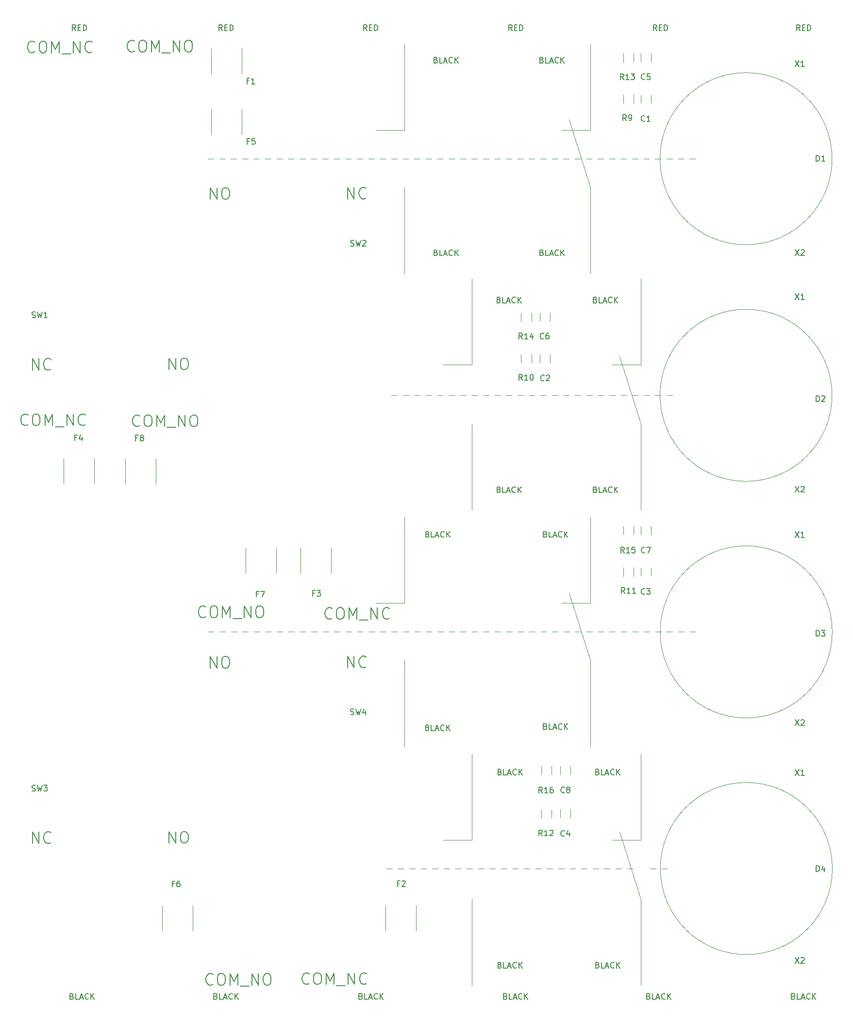
<source format=gbr>
%TF.GenerationSoftware,KiCad,Pcbnew,(5.1.9)-1*%
%TF.CreationDate,2021-11-07T02:37:45+01:00*%
%TF.ProjectId,SwitchBox,53776974-6368-4426-9f78-2e6b69636164,rev?*%
%TF.SameCoordinates,Original*%
%TF.FileFunction,Legend,Top*%
%TF.FilePolarity,Positive*%
%FSLAX46Y46*%
G04 Gerber Fmt 4.6, Leading zero omitted, Abs format (unit mm)*
G04 Created by KiCad (PCBNEW (5.1.9)-1) date 2021-11-07 02:37:45*
%MOMM*%
%LPD*%
G01*
G04 APERTURE LIST*
%ADD10C,0.120000*%
%ADD11C,0.150000*%
%ADD12C,0.200000*%
G04 APERTURE END LIST*
D10*
X99610000Y-59650000D02*
X99610000Y-44650000D01*
X111350000Y-183430000D02*
X111350000Y-168430000D01*
X140820000Y-193790000D02*
X140820000Y-208790000D01*
X137090000Y-181970000D02*
X140820000Y-193790000D01*
X111350000Y-193790000D02*
X111350000Y-208790000D01*
X111350000Y-183430000D02*
X106350000Y-183430000D01*
X140820000Y-183430000D02*
X140820000Y-168430000D01*
X140820000Y-183430000D02*
X135820000Y-183430000D01*
X132080000Y-152160000D02*
X128350000Y-140340000D01*
X99610000Y-142160000D02*
X99610000Y-127160000D01*
X132080000Y-152160000D02*
X132080000Y-167160000D01*
X132080000Y-142160000D02*
X132080000Y-127160000D01*
X132080000Y-142160000D02*
X127080000Y-142160000D01*
X99610000Y-152160000D02*
X99610000Y-167160000D01*
X99610000Y-142160000D02*
X94610000Y-142160000D01*
X137090000Y-99090000D02*
X140820000Y-110910000D01*
X111350000Y-100550000D02*
X111350000Y-85550000D01*
X140820000Y-110910000D02*
X140820000Y-125910000D01*
X140820000Y-100550000D02*
X140820000Y-85550000D01*
X140820000Y-100550000D02*
X135820000Y-100550000D01*
X111350000Y-110910000D02*
X111350000Y-125910000D01*
X111350000Y-100550000D02*
X106350000Y-100550000D01*
X132080000Y-69650000D02*
X128350000Y-57830000D01*
X132080000Y-59650000D02*
X132080000Y-44650000D01*
X132080000Y-69650000D02*
X132080000Y-84650000D01*
X132080000Y-59650000D02*
X127080000Y-59650000D01*
X99610000Y-59650000D02*
X94610000Y-59650000D01*
X99610000Y-69650000D02*
X99610000Y-84650000D01*
X130460000Y-188420000D02*
X131460000Y-188420000D01*
X138460000Y-188420000D02*
X139460000Y-188420000D01*
X106460000Y-188420000D02*
X107460000Y-188420000D01*
X134460000Y-188420000D02*
X135460000Y-188420000D01*
X99460000Y-188420000D02*
X98460000Y-188420000D01*
X103460000Y-188420000D02*
X102460000Y-188420000D01*
X108460000Y-188420000D02*
X109460000Y-188420000D01*
X136460000Y-188420000D02*
X137460000Y-188420000D01*
X110460000Y-188420000D02*
X111460000Y-188420000D01*
X122460000Y-188420000D02*
X123460000Y-188420000D01*
X126460000Y-188420000D02*
X127460000Y-188420000D01*
X134320000Y-188420000D02*
X135320000Y-188420000D01*
X142460000Y-188420000D02*
X143460000Y-188420000D01*
X120460000Y-188420000D02*
X121460000Y-188420000D01*
X112460000Y-188420000D02*
X113460000Y-188420000D01*
X114460000Y-188420000D02*
X115460000Y-188420000D01*
X101460000Y-188420000D02*
X100460000Y-188420000D01*
X118460000Y-188420000D02*
X119460000Y-188420000D01*
X116460000Y-188420000D02*
X117460000Y-188420000D01*
X128460000Y-188420000D02*
X129460000Y-188420000D01*
X104460000Y-188420000D02*
X105460000Y-188420000D01*
X97460000Y-188420000D02*
X96460000Y-188420000D01*
X124460000Y-188420000D02*
X125460000Y-188420000D01*
X144460000Y-188420000D02*
X145460000Y-188420000D01*
X132460000Y-188420000D02*
X133460000Y-188420000D01*
X72370000Y-147163332D02*
X71370000Y-147163332D01*
X70370000Y-147163332D02*
X69370000Y-147163332D01*
X137370000Y-147163332D02*
X138370000Y-147163332D01*
X149370000Y-147163332D02*
X150370000Y-147163332D01*
X139370000Y-147163332D02*
X140370000Y-147163332D01*
X117370000Y-147163332D02*
X118370000Y-147163332D01*
X121370000Y-147163332D02*
X122370000Y-147163332D01*
X119370000Y-147163332D02*
X120370000Y-147163332D01*
X103370000Y-147163332D02*
X104370000Y-147163332D01*
X133370000Y-147163332D02*
X134370000Y-147163332D01*
X129370000Y-147163332D02*
X130370000Y-147163332D01*
X147370000Y-147163332D02*
X148370000Y-147163332D01*
X143370000Y-147163332D02*
X144370000Y-147163332D01*
X105370000Y-147163332D02*
X106370000Y-147163332D01*
X125370000Y-147163332D02*
X126370000Y-147163332D01*
X111370000Y-147163332D02*
X112370000Y-147163332D01*
X141370000Y-147163332D02*
X142370000Y-147163332D01*
X115370000Y-147163332D02*
X116370000Y-147163332D01*
X131370000Y-147163332D02*
X132370000Y-147163332D01*
X68370000Y-147163332D02*
X67370000Y-147163332D01*
X145370000Y-147163332D02*
X146370000Y-147163332D01*
X123370000Y-147163332D02*
X124370000Y-147163332D01*
X109370000Y-147163332D02*
X110370000Y-147163332D01*
X135370000Y-147163332D02*
X136370000Y-147163332D01*
X127370000Y-147163332D02*
X128370000Y-147163332D01*
X97370000Y-147163332D02*
X98370000Y-147163332D01*
X66370000Y-147163332D02*
X65370000Y-147163332D01*
X113370000Y-147163332D02*
X114370000Y-147163332D01*
X107370000Y-147163332D02*
X108370000Y-147163332D01*
X81370000Y-147163332D02*
X82370000Y-147163332D01*
X87370000Y-147163332D02*
X88370000Y-147163332D01*
X73370000Y-147163332D02*
X74370000Y-147163332D01*
X85370000Y-147163332D02*
X86370000Y-147163332D01*
X91370000Y-147163332D02*
X92370000Y-147163332D01*
X89370000Y-147163332D02*
X90370000Y-147163332D01*
X93370000Y-147163332D02*
X94370000Y-147163332D01*
X79370000Y-147163332D02*
X80370000Y-147163332D01*
X75370000Y-147163332D02*
X76370000Y-147163332D01*
X101370000Y-147163332D02*
X102370000Y-147163332D01*
X95370000Y-147163332D02*
X96370000Y-147163332D01*
X77370000Y-147163332D02*
X78370000Y-147163332D01*
X83370000Y-147163332D02*
X84370000Y-147163332D01*
X99370000Y-147163332D02*
X100370000Y-147163332D01*
X104340000Y-105906666D02*
X103340000Y-105906666D01*
X102340000Y-105906666D02*
X101340000Y-105906666D01*
X135340000Y-105906666D02*
X136340000Y-105906666D01*
X137340000Y-105906666D02*
X138340000Y-105906666D01*
X143340000Y-105906666D02*
X144340000Y-105906666D01*
X100340000Y-105906666D02*
X99340000Y-105906666D01*
X141340000Y-105906666D02*
X142340000Y-105906666D01*
X129340000Y-105906666D02*
X130340000Y-105906666D01*
X98340000Y-105906666D02*
X97340000Y-105906666D01*
X145340000Y-105906666D02*
X146340000Y-105906666D01*
X139340000Y-105906666D02*
X140340000Y-105906666D01*
X113340000Y-105906666D02*
X114340000Y-105906666D01*
X119340000Y-105906666D02*
X120340000Y-105906666D01*
X105340000Y-105906666D02*
X106340000Y-105906666D01*
X117340000Y-105906666D02*
X118340000Y-105906666D01*
X123340000Y-105906666D02*
X124340000Y-105906666D01*
X121340000Y-105906666D02*
X122340000Y-105906666D01*
X125340000Y-105906666D02*
X126340000Y-105906666D01*
X111340000Y-105906666D02*
X112340000Y-105906666D01*
X107340000Y-105906666D02*
X108340000Y-105906666D01*
X133340000Y-105906666D02*
X134340000Y-105906666D01*
X127340000Y-105906666D02*
X128340000Y-105906666D01*
X109340000Y-105906666D02*
X110340000Y-105906666D01*
X115340000Y-105906666D02*
X116340000Y-105906666D01*
X131340000Y-105906666D02*
X132340000Y-105906666D01*
X72330000Y-64650000D02*
X71330000Y-64650000D01*
X66330000Y-64650000D02*
X65330000Y-64650000D01*
X70330000Y-64650000D02*
X69330000Y-64650000D01*
X68330000Y-64650000D02*
X67330000Y-64650000D01*
X137330000Y-64650000D02*
X138330000Y-64650000D01*
X149330000Y-64650000D02*
X150330000Y-64650000D01*
X145330000Y-64650000D02*
X146330000Y-64650000D01*
X141330000Y-64650000D02*
X142330000Y-64650000D01*
X147330000Y-64650000D02*
X148330000Y-64650000D01*
X139330000Y-64650000D02*
X140330000Y-64650000D01*
X143330000Y-64650000D02*
X144330000Y-64650000D01*
X129330000Y-64650000D02*
X130330000Y-64650000D01*
X113330000Y-64650000D02*
X114330000Y-64650000D01*
X119330000Y-64650000D02*
X120330000Y-64650000D01*
X105330000Y-64650000D02*
X106330000Y-64650000D01*
X103330000Y-64650000D02*
X104330000Y-64650000D01*
X117330000Y-64650000D02*
X118330000Y-64650000D01*
X135330000Y-64650000D02*
X136330000Y-64650000D01*
X123330000Y-64650000D02*
X124330000Y-64650000D01*
X121330000Y-64650000D02*
X122330000Y-64650000D01*
X125330000Y-64650000D02*
X126330000Y-64650000D01*
X111330000Y-64650000D02*
X112330000Y-64650000D01*
X107330000Y-64650000D02*
X108330000Y-64650000D01*
X133330000Y-64650000D02*
X134330000Y-64650000D01*
X127330000Y-64650000D02*
X128330000Y-64650000D01*
X109330000Y-64650000D02*
X110330000Y-64650000D01*
X115330000Y-64650000D02*
X116330000Y-64650000D01*
X131330000Y-64650000D02*
X132330000Y-64650000D01*
X87330000Y-64650000D02*
X88330000Y-64650000D01*
X97330000Y-64650000D02*
X98330000Y-64650000D01*
X89330000Y-64650000D02*
X90330000Y-64650000D01*
X101330000Y-64650000D02*
X102330000Y-64650000D01*
X95330000Y-64650000D02*
X96330000Y-64650000D01*
X91330000Y-64650000D02*
X92330000Y-64650000D01*
X93330000Y-64650000D02*
X94330000Y-64650000D01*
X99330000Y-64650000D02*
X100330000Y-64650000D01*
X81330000Y-64650000D02*
X82330000Y-64650000D01*
X79330000Y-64650000D02*
X80330000Y-64650000D01*
X83330000Y-64650000D02*
X84330000Y-64650000D01*
X85330000Y-64650000D02*
X86330000Y-64650000D01*
X77330000Y-64650000D02*
X78330000Y-64650000D01*
X75330000Y-64650000D02*
X76330000Y-64650000D01*
X73330000Y-64650000D02*
X74330000Y-64650000D01*
%TO.C,D4*%
X174250000Y-188420000D02*
G75*
G03*
X174250000Y-188420000I-15000000J0D01*
G01*
%TO.C,D3*%
X174230000Y-147163332D02*
G75*
G03*
X174230000Y-147163332I-15000000J0D01*
G01*
%TO.C,D2*%
X174190000Y-105906666D02*
G75*
G03*
X174190000Y-105906666I-15000000J0D01*
G01*
%TO.C,D1*%
X174190000Y-64650000D02*
G75*
G03*
X174190000Y-64650000I-15000000J0D01*
G01*
%TO.C,C1*%
X140820000Y-53528748D02*
X140820000Y-54951252D01*
X142640000Y-53528748D02*
X142640000Y-54951252D01*
%TO.C,C2*%
X125020000Y-98788748D02*
X125020000Y-100211252D01*
X123200000Y-98788748D02*
X123200000Y-100211252D01*
%TO.C,C3*%
X140820000Y-135998748D02*
X140820000Y-137421252D01*
X142640000Y-135998748D02*
X142640000Y-137421252D01*
%TO.C,C4*%
X128580000Y-178148748D02*
X128580000Y-179571252D01*
X126760000Y-178148748D02*
X126760000Y-179571252D01*
%TO.C,C5*%
X140820000Y-46298748D02*
X140820000Y-47721252D01*
X142640000Y-46298748D02*
X142640000Y-47721252D01*
%TO.C,C6*%
X123200000Y-91558748D02*
X123200000Y-92981252D01*
X125020000Y-91558748D02*
X125020000Y-92981252D01*
%TO.C,C7*%
X142640000Y-128768748D02*
X142640000Y-130191252D01*
X140820000Y-128768748D02*
X140820000Y-130191252D01*
%TO.C,C8*%
X128580000Y-170578748D02*
X128580000Y-172001252D01*
X126760000Y-170578748D02*
X126760000Y-172001252D01*
%TO.C,F1*%
X65920000Y-45416248D02*
X65920000Y-49823752D01*
X71260000Y-45416248D02*
X71260000Y-49823752D01*
%TO.C,F2*%
X101670000Y-199303752D02*
X101670000Y-194896248D01*
X96330000Y-199303752D02*
X96330000Y-194896248D01*
%TO.C,F3*%
X81530000Y-132473748D02*
X81530000Y-136881252D01*
X86870000Y-132473748D02*
X86870000Y-136881252D01*
%TO.C,F4*%
X40150000Y-121283752D02*
X40150000Y-116876248D01*
X45490000Y-121283752D02*
X45490000Y-116876248D01*
%TO.C,F5*%
X71260000Y-56046248D02*
X71260000Y-60453752D01*
X65920000Y-56046248D02*
X65920000Y-60453752D01*
%TO.C,F6*%
X62670000Y-199303752D02*
X62670000Y-194896248D01*
X57330000Y-199303752D02*
X57330000Y-194896248D01*
%TO.C,F7*%
X77280000Y-132473748D02*
X77280000Y-136881252D01*
X71940000Y-132473748D02*
X71940000Y-136881252D01*
%TO.C,F8*%
X50930000Y-121403752D02*
X50930000Y-116996248D01*
X56270000Y-121403752D02*
X56270000Y-116996248D01*
%TO.C,R9*%
X137790000Y-53482936D02*
X137790000Y-54937064D01*
X139610000Y-53482936D02*
X139610000Y-54937064D01*
%TO.C,R10*%
X119940000Y-98772936D02*
X119940000Y-100227064D01*
X121760000Y-98772936D02*
X121760000Y-100227064D01*
%TO.C,R11*%
X139610000Y-135982936D02*
X139610000Y-137437064D01*
X137790000Y-135982936D02*
X137790000Y-137437064D01*
%TO.C,R12*%
X125310000Y-178172936D02*
X125310000Y-179627064D01*
X123490000Y-178172936D02*
X123490000Y-179627064D01*
%TO.C,R13*%
X137790000Y-46322936D02*
X137790000Y-47777064D01*
X139610000Y-46322936D02*
X139610000Y-47777064D01*
%TO.C,R14*%
X121760000Y-91542936D02*
X121760000Y-92997064D01*
X119940000Y-91542936D02*
X119940000Y-92997064D01*
%TO.C,R15*%
X137790000Y-128752936D02*
X137790000Y-130207064D01*
X139610000Y-128752936D02*
X139610000Y-130207064D01*
%TO.C,R16*%
X125310000Y-170562936D02*
X125310000Y-172017064D01*
X123490000Y-170562936D02*
X123490000Y-172017064D01*
%TO.C,SW1*%
D11*
X34666666Y-92324761D02*
X34809523Y-92372380D01*
X35047619Y-92372380D01*
X35142857Y-92324761D01*
X35190476Y-92277142D01*
X35238095Y-92181904D01*
X35238095Y-92086666D01*
X35190476Y-91991428D01*
X35142857Y-91943809D01*
X35047619Y-91896190D01*
X34857142Y-91848571D01*
X34761904Y-91800952D01*
X34714285Y-91753333D01*
X34666666Y-91658095D01*
X34666666Y-91562857D01*
X34714285Y-91467619D01*
X34761904Y-91420000D01*
X34857142Y-91372380D01*
X35095238Y-91372380D01*
X35238095Y-91420000D01*
X35571428Y-91372380D02*
X35809523Y-92372380D01*
X36000000Y-91658095D01*
X36190476Y-92372380D01*
X36428571Y-91372380D01*
X37333333Y-92372380D02*
X36761904Y-92372380D01*
X37047619Y-92372380D02*
X37047619Y-91372380D01*
X36952380Y-91515238D01*
X36857142Y-91610476D01*
X36761904Y-91658095D01*
D12*
X58570952Y-101434761D02*
X58570952Y-99434761D01*
X59713809Y-101434761D01*
X59713809Y-99434761D01*
X61047142Y-99434761D02*
X61428095Y-99434761D01*
X61618571Y-99530000D01*
X61809047Y-99720476D01*
X61904285Y-100101428D01*
X61904285Y-100768095D01*
X61809047Y-101149047D01*
X61618571Y-101339523D01*
X61428095Y-101434761D01*
X61047142Y-101434761D01*
X60856666Y-101339523D01*
X60666190Y-101149047D01*
X60570952Y-100768095D01*
X60570952Y-100101428D01*
X60666190Y-99720476D01*
X60856666Y-99530000D01*
X61047142Y-99434761D01*
X35149047Y-45974285D02*
X35053809Y-46069523D01*
X34768095Y-46164761D01*
X34577619Y-46164761D01*
X34291904Y-46069523D01*
X34101428Y-45879047D01*
X34006190Y-45688571D01*
X33910952Y-45307619D01*
X33910952Y-45021904D01*
X34006190Y-44640952D01*
X34101428Y-44450476D01*
X34291904Y-44260000D01*
X34577619Y-44164761D01*
X34768095Y-44164761D01*
X35053809Y-44260000D01*
X35149047Y-44355238D01*
X36387142Y-44164761D02*
X36768095Y-44164761D01*
X36958571Y-44260000D01*
X37149047Y-44450476D01*
X37244285Y-44831428D01*
X37244285Y-45498095D01*
X37149047Y-45879047D01*
X36958571Y-46069523D01*
X36768095Y-46164761D01*
X36387142Y-46164761D01*
X36196666Y-46069523D01*
X36006190Y-45879047D01*
X35910952Y-45498095D01*
X35910952Y-44831428D01*
X36006190Y-44450476D01*
X36196666Y-44260000D01*
X36387142Y-44164761D01*
X38101428Y-46164761D02*
X38101428Y-44164761D01*
X38768095Y-45593333D01*
X39434761Y-44164761D01*
X39434761Y-46164761D01*
X39910952Y-46355238D02*
X41434761Y-46355238D01*
X41910952Y-46164761D02*
X41910952Y-44164761D01*
X43053809Y-46164761D01*
X43053809Y-44164761D01*
X45149047Y-45974285D02*
X45053809Y-46069523D01*
X44768095Y-46164761D01*
X44577619Y-46164761D01*
X44291904Y-46069523D01*
X44101428Y-45879047D01*
X44006190Y-45688571D01*
X43910952Y-45307619D01*
X43910952Y-45021904D01*
X44006190Y-44640952D01*
X44101428Y-44450476D01*
X44291904Y-44260000D01*
X44577619Y-44164761D01*
X44768095Y-44164761D01*
X45053809Y-44260000D01*
X45149047Y-44355238D01*
X52531428Y-45814285D02*
X52436190Y-45909523D01*
X52150476Y-46004761D01*
X51960000Y-46004761D01*
X51674285Y-45909523D01*
X51483809Y-45719047D01*
X51388571Y-45528571D01*
X51293333Y-45147619D01*
X51293333Y-44861904D01*
X51388571Y-44480952D01*
X51483809Y-44290476D01*
X51674285Y-44100000D01*
X51960000Y-44004761D01*
X52150476Y-44004761D01*
X52436190Y-44100000D01*
X52531428Y-44195238D01*
X53769523Y-44004761D02*
X54150476Y-44004761D01*
X54340952Y-44100000D01*
X54531428Y-44290476D01*
X54626666Y-44671428D01*
X54626666Y-45338095D01*
X54531428Y-45719047D01*
X54340952Y-45909523D01*
X54150476Y-46004761D01*
X53769523Y-46004761D01*
X53579047Y-45909523D01*
X53388571Y-45719047D01*
X53293333Y-45338095D01*
X53293333Y-44671428D01*
X53388571Y-44290476D01*
X53579047Y-44100000D01*
X53769523Y-44004761D01*
X55483809Y-46004761D02*
X55483809Y-44004761D01*
X56150476Y-45433333D01*
X56817142Y-44004761D01*
X56817142Y-46004761D01*
X57293333Y-46195238D02*
X58817142Y-46195238D01*
X59293333Y-46004761D02*
X59293333Y-44004761D01*
X60436190Y-46004761D01*
X60436190Y-44004761D01*
X61769523Y-44004761D02*
X62150476Y-44004761D01*
X62340952Y-44100000D01*
X62531428Y-44290476D01*
X62626666Y-44671428D01*
X62626666Y-45338095D01*
X62531428Y-45719047D01*
X62340952Y-45909523D01*
X62150476Y-46004761D01*
X61769523Y-46004761D01*
X61579047Y-45909523D01*
X61388571Y-45719047D01*
X61293333Y-45338095D01*
X61293333Y-44671428D01*
X61388571Y-44290476D01*
X61579047Y-44100000D01*
X61769523Y-44004761D01*
X34728571Y-101484761D02*
X34728571Y-99484761D01*
X35871428Y-101484761D01*
X35871428Y-99484761D01*
X37966666Y-101294285D02*
X37871428Y-101389523D01*
X37585714Y-101484761D01*
X37395238Y-101484761D01*
X37109523Y-101389523D01*
X36919047Y-101199047D01*
X36823809Y-101008571D01*
X36728571Y-100627619D01*
X36728571Y-100341904D01*
X36823809Y-99960952D01*
X36919047Y-99770476D01*
X37109523Y-99580000D01*
X37395238Y-99484761D01*
X37585714Y-99484761D01*
X37871428Y-99580000D01*
X37966666Y-99675238D01*
%TO.C,D4*%
D11*
X171441904Y-188952380D02*
X171441904Y-187952380D01*
X171680000Y-187952380D01*
X171822857Y-188000000D01*
X171918095Y-188095238D01*
X171965714Y-188190476D01*
X172013333Y-188380952D01*
X172013333Y-188523809D01*
X171965714Y-188714285D01*
X171918095Y-188809523D01*
X171822857Y-188904761D01*
X171680000Y-188952380D01*
X171441904Y-188952380D01*
X172870476Y-188285714D02*
X172870476Y-188952380D01*
X172632380Y-187904761D02*
X172394285Y-188619047D01*
X173013333Y-188619047D01*
%TO.C,D3*%
X171441904Y-147912380D02*
X171441904Y-146912380D01*
X171680000Y-146912380D01*
X171822857Y-146960000D01*
X171918095Y-147055238D01*
X171965714Y-147150476D01*
X172013333Y-147340952D01*
X172013333Y-147483809D01*
X171965714Y-147674285D01*
X171918095Y-147769523D01*
X171822857Y-147864761D01*
X171680000Y-147912380D01*
X171441904Y-147912380D01*
X172346666Y-146912380D02*
X172965714Y-146912380D01*
X172632380Y-147293333D01*
X172775238Y-147293333D01*
X172870476Y-147340952D01*
X172918095Y-147388571D01*
X172965714Y-147483809D01*
X172965714Y-147721904D01*
X172918095Y-147817142D01*
X172870476Y-147864761D01*
X172775238Y-147912380D01*
X172489523Y-147912380D01*
X172394285Y-147864761D01*
X172346666Y-147817142D01*
%TO.C,D2*%
X171441904Y-107002380D02*
X171441904Y-106002380D01*
X171680000Y-106002380D01*
X171822857Y-106050000D01*
X171918095Y-106145238D01*
X171965714Y-106240476D01*
X172013333Y-106430952D01*
X172013333Y-106573809D01*
X171965714Y-106764285D01*
X171918095Y-106859523D01*
X171822857Y-106954761D01*
X171680000Y-107002380D01*
X171441904Y-107002380D01*
X172394285Y-106097619D02*
X172441904Y-106050000D01*
X172537142Y-106002380D01*
X172775238Y-106002380D01*
X172870476Y-106050000D01*
X172918095Y-106097619D01*
X172965714Y-106192857D01*
X172965714Y-106288095D01*
X172918095Y-106430952D01*
X172346666Y-107002380D01*
X172965714Y-107002380D01*
%TO.C,D1*%
X171441904Y-65072380D02*
X171441904Y-64072380D01*
X171680000Y-64072380D01*
X171822857Y-64120000D01*
X171918095Y-64215238D01*
X171965714Y-64310476D01*
X172013333Y-64500952D01*
X172013333Y-64643809D01*
X171965714Y-64834285D01*
X171918095Y-64929523D01*
X171822857Y-65024761D01*
X171680000Y-65072380D01*
X171441904Y-65072380D01*
X172965714Y-65072380D02*
X172394285Y-65072380D01*
X172680000Y-65072380D02*
X172680000Y-64072380D01*
X172584761Y-64215238D01*
X172489523Y-64310476D01*
X172394285Y-64358095D01*
%TO.C,BLACK*%
X116078095Y-122338571D02*
X116220952Y-122386190D01*
X116268571Y-122433809D01*
X116316190Y-122529047D01*
X116316190Y-122671904D01*
X116268571Y-122767142D01*
X116220952Y-122814761D01*
X116125714Y-122862380D01*
X115744761Y-122862380D01*
X115744761Y-121862380D01*
X116078095Y-121862380D01*
X116173333Y-121910000D01*
X116220952Y-121957619D01*
X116268571Y-122052857D01*
X116268571Y-122148095D01*
X116220952Y-122243333D01*
X116173333Y-122290952D01*
X116078095Y-122338571D01*
X115744761Y-122338571D01*
X117220952Y-122862380D02*
X116744761Y-122862380D01*
X116744761Y-121862380D01*
X117506666Y-122576666D02*
X117982857Y-122576666D01*
X117411428Y-122862380D02*
X117744761Y-121862380D01*
X118078095Y-122862380D01*
X118982857Y-122767142D02*
X118935238Y-122814761D01*
X118792380Y-122862380D01*
X118697142Y-122862380D01*
X118554285Y-122814761D01*
X118459047Y-122719523D01*
X118411428Y-122624285D01*
X118363809Y-122433809D01*
X118363809Y-122290952D01*
X118411428Y-122100476D01*
X118459047Y-122005238D01*
X118554285Y-121910000D01*
X118697142Y-121862380D01*
X118792380Y-121862380D01*
X118935238Y-121910000D01*
X118982857Y-121957619D01*
X119411428Y-122862380D02*
X119411428Y-121862380D01*
X119982857Y-122862380D02*
X119554285Y-122290952D01*
X119982857Y-121862380D02*
X119411428Y-122433809D01*
X103638095Y-130118571D02*
X103780952Y-130166190D01*
X103828571Y-130213809D01*
X103876190Y-130309047D01*
X103876190Y-130451904D01*
X103828571Y-130547142D01*
X103780952Y-130594761D01*
X103685714Y-130642380D01*
X103304761Y-130642380D01*
X103304761Y-129642380D01*
X103638095Y-129642380D01*
X103733333Y-129690000D01*
X103780952Y-129737619D01*
X103828571Y-129832857D01*
X103828571Y-129928095D01*
X103780952Y-130023333D01*
X103733333Y-130070952D01*
X103638095Y-130118571D01*
X103304761Y-130118571D01*
X104780952Y-130642380D02*
X104304761Y-130642380D01*
X104304761Y-129642380D01*
X105066666Y-130356666D02*
X105542857Y-130356666D01*
X104971428Y-130642380D02*
X105304761Y-129642380D01*
X105638095Y-130642380D01*
X106542857Y-130547142D02*
X106495238Y-130594761D01*
X106352380Y-130642380D01*
X106257142Y-130642380D01*
X106114285Y-130594761D01*
X106019047Y-130499523D01*
X105971428Y-130404285D01*
X105923809Y-130213809D01*
X105923809Y-130070952D01*
X105971428Y-129880476D01*
X106019047Y-129785238D01*
X106114285Y-129690000D01*
X106257142Y-129642380D01*
X106352380Y-129642380D01*
X106495238Y-129690000D01*
X106542857Y-129737619D01*
X106971428Y-130642380D02*
X106971428Y-129642380D01*
X107542857Y-130642380D02*
X107114285Y-130070952D01*
X107542857Y-129642380D02*
X106971428Y-130213809D01*
X103638095Y-163838571D02*
X103780952Y-163886190D01*
X103828571Y-163933809D01*
X103876190Y-164029047D01*
X103876190Y-164171904D01*
X103828571Y-164267142D01*
X103780952Y-164314761D01*
X103685714Y-164362380D01*
X103304761Y-164362380D01*
X103304761Y-163362380D01*
X103638095Y-163362380D01*
X103733333Y-163410000D01*
X103780952Y-163457619D01*
X103828571Y-163552857D01*
X103828571Y-163648095D01*
X103780952Y-163743333D01*
X103733333Y-163790952D01*
X103638095Y-163838571D01*
X103304761Y-163838571D01*
X104780952Y-164362380D02*
X104304761Y-164362380D01*
X104304761Y-163362380D01*
X105066666Y-164076666D02*
X105542857Y-164076666D01*
X104971428Y-164362380D02*
X105304761Y-163362380D01*
X105638095Y-164362380D01*
X106542857Y-164267142D02*
X106495238Y-164314761D01*
X106352380Y-164362380D01*
X106257142Y-164362380D01*
X106114285Y-164314761D01*
X106019047Y-164219523D01*
X105971428Y-164124285D01*
X105923809Y-163933809D01*
X105923809Y-163790952D01*
X105971428Y-163600476D01*
X106019047Y-163505238D01*
X106114285Y-163410000D01*
X106257142Y-163362380D01*
X106352380Y-163362380D01*
X106495238Y-163410000D01*
X106542857Y-163457619D01*
X106971428Y-164362380D02*
X106971428Y-163362380D01*
X107542857Y-164362380D02*
X107114285Y-163790952D01*
X107542857Y-163362380D02*
X106971428Y-163933809D01*
X116248095Y-205238571D02*
X116390952Y-205286190D01*
X116438571Y-205333809D01*
X116486190Y-205429047D01*
X116486190Y-205571904D01*
X116438571Y-205667142D01*
X116390952Y-205714761D01*
X116295714Y-205762380D01*
X115914761Y-205762380D01*
X115914761Y-204762380D01*
X116248095Y-204762380D01*
X116343333Y-204810000D01*
X116390952Y-204857619D01*
X116438571Y-204952857D01*
X116438571Y-205048095D01*
X116390952Y-205143333D01*
X116343333Y-205190952D01*
X116248095Y-205238571D01*
X115914761Y-205238571D01*
X117390952Y-205762380D02*
X116914761Y-205762380D01*
X116914761Y-204762380D01*
X117676666Y-205476666D02*
X118152857Y-205476666D01*
X117581428Y-205762380D02*
X117914761Y-204762380D01*
X118248095Y-205762380D01*
X119152857Y-205667142D02*
X119105238Y-205714761D01*
X118962380Y-205762380D01*
X118867142Y-205762380D01*
X118724285Y-205714761D01*
X118629047Y-205619523D01*
X118581428Y-205524285D01*
X118533809Y-205333809D01*
X118533809Y-205190952D01*
X118581428Y-205000476D01*
X118629047Y-204905238D01*
X118724285Y-204810000D01*
X118867142Y-204762380D01*
X118962380Y-204762380D01*
X119105238Y-204810000D01*
X119152857Y-204857619D01*
X119581428Y-205762380D02*
X119581428Y-204762380D01*
X120152857Y-205762380D02*
X119724285Y-205190952D01*
X120152857Y-204762380D02*
X119581428Y-205333809D01*
X116248095Y-171588571D02*
X116390952Y-171636190D01*
X116438571Y-171683809D01*
X116486190Y-171779047D01*
X116486190Y-171921904D01*
X116438571Y-172017142D01*
X116390952Y-172064761D01*
X116295714Y-172112380D01*
X115914761Y-172112380D01*
X115914761Y-171112380D01*
X116248095Y-171112380D01*
X116343333Y-171160000D01*
X116390952Y-171207619D01*
X116438571Y-171302857D01*
X116438571Y-171398095D01*
X116390952Y-171493333D01*
X116343333Y-171540952D01*
X116248095Y-171588571D01*
X115914761Y-171588571D01*
X117390952Y-172112380D02*
X116914761Y-172112380D01*
X116914761Y-171112380D01*
X117676666Y-171826666D02*
X118152857Y-171826666D01*
X117581428Y-172112380D02*
X117914761Y-171112380D01*
X118248095Y-172112380D01*
X119152857Y-172017142D02*
X119105238Y-172064761D01*
X118962380Y-172112380D01*
X118867142Y-172112380D01*
X118724285Y-172064761D01*
X118629047Y-171969523D01*
X118581428Y-171874285D01*
X118533809Y-171683809D01*
X118533809Y-171540952D01*
X118581428Y-171350476D01*
X118629047Y-171255238D01*
X118724285Y-171160000D01*
X118867142Y-171112380D01*
X118962380Y-171112380D01*
X119105238Y-171160000D01*
X119152857Y-171207619D01*
X119581428Y-172112380D02*
X119581428Y-171112380D01*
X120152857Y-172112380D02*
X119724285Y-171540952D01*
X120152857Y-171112380D02*
X119581428Y-171683809D01*
X116078095Y-89248571D02*
X116220952Y-89296190D01*
X116268571Y-89343809D01*
X116316190Y-89439047D01*
X116316190Y-89581904D01*
X116268571Y-89677142D01*
X116220952Y-89724761D01*
X116125714Y-89772380D01*
X115744761Y-89772380D01*
X115744761Y-88772380D01*
X116078095Y-88772380D01*
X116173333Y-88820000D01*
X116220952Y-88867619D01*
X116268571Y-88962857D01*
X116268571Y-89058095D01*
X116220952Y-89153333D01*
X116173333Y-89200952D01*
X116078095Y-89248571D01*
X115744761Y-89248571D01*
X117220952Y-89772380D02*
X116744761Y-89772380D01*
X116744761Y-88772380D01*
X117506666Y-89486666D02*
X117982857Y-89486666D01*
X117411428Y-89772380D02*
X117744761Y-88772380D01*
X118078095Y-89772380D01*
X118982857Y-89677142D02*
X118935238Y-89724761D01*
X118792380Y-89772380D01*
X118697142Y-89772380D01*
X118554285Y-89724761D01*
X118459047Y-89629523D01*
X118411428Y-89534285D01*
X118363809Y-89343809D01*
X118363809Y-89200952D01*
X118411428Y-89010476D01*
X118459047Y-88915238D01*
X118554285Y-88820000D01*
X118697142Y-88772380D01*
X118792380Y-88772380D01*
X118935238Y-88820000D01*
X118982857Y-88867619D01*
X119411428Y-89772380D02*
X119411428Y-88772380D01*
X119982857Y-89772380D02*
X119554285Y-89200952D01*
X119982857Y-88772380D02*
X119411428Y-89343809D01*
X105098095Y-81018571D02*
X105240952Y-81066190D01*
X105288571Y-81113809D01*
X105336190Y-81209047D01*
X105336190Y-81351904D01*
X105288571Y-81447142D01*
X105240952Y-81494761D01*
X105145714Y-81542380D01*
X104764761Y-81542380D01*
X104764761Y-80542380D01*
X105098095Y-80542380D01*
X105193333Y-80590000D01*
X105240952Y-80637619D01*
X105288571Y-80732857D01*
X105288571Y-80828095D01*
X105240952Y-80923333D01*
X105193333Y-80970952D01*
X105098095Y-81018571D01*
X104764761Y-81018571D01*
X106240952Y-81542380D02*
X105764761Y-81542380D01*
X105764761Y-80542380D01*
X106526666Y-81256666D02*
X107002857Y-81256666D01*
X106431428Y-81542380D02*
X106764761Y-80542380D01*
X107098095Y-81542380D01*
X108002857Y-81447142D02*
X107955238Y-81494761D01*
X107812380Y-81542380D01*
X107717142Y-81542380D01*
X107574285Y-81494761D01*
X107479047Y-81399523D01*
X107431428Y-81304285D01*
X107383809Y-81113809D01*
X107383809Y-80970952D01*
X107431428Y-80780476D01*
X107479047Y-80685238D01*
X107574285Y-80590000D01*
X107717142Y-80542380D01*
X107812380Y-80542380D01*
X107955238Y-80590000D01*
X108002857Y-80637619D01*
X108431428Y-81542380D02*
X108431428Y-80542380D01*
X109002857Y-81542380D02*
X108574285Y-80970952D01*
X109002857Y-80542380D02*
X108431428Y-81113809D01*
X132908095Y-89248571D02*
X133050952Y-89296190D01*
X133098571Y-89343809D01*
X133146190Y-89439047D01*
X133146190Y-89581904D01*
X133098571Y-89677142D01*
X133050952Y-89724761D01*
X132955714Y-89772380D01*
X132574761Y-89772380D01*
X132574761Y-88772380D01*
X132908095Y-88772380D01*
X133003333Y-88820000D01*
X133050952Y-88867619D01*
X133098571Y-88962857D01*
X133098571Y-89058095D01*
X133050952Y-89153333D01*
X133003333Y-89200952D01*
X132908095Y-89248571D01*
X132574761Y-89248571D01*
X134050952Y-89772380D02*
X133574761Y-89772380D01*
X133574761Y-88772380D01*
X134336666Y-89486666D02*
X134812857Y-89486666D01*
X134241428Y-89772380D02*
X134574761Y-88772380D01*
X134908095Y-89772380D01*
X135812857Y-89677142D02*
X135765238Y-89724761D01*
X135622380Y-89772380D01*
X135527142Y-89772380D01*
X135384285Y-89724761D01*
X135289047Y-89629523D01*
X135241428Y-89534285D01*
X135193809Y-89343809D01*
X135193809Y-89200952D01*
X135241428Y-89010476D01*
X135289047Y-88915238D01*
X135384285Y-88820000D01*
X135527142Y-88772380D01*
X135622380Y-88772380D01*
X135765238Y-88820000D01*
X135812857Y-88867619D01*
X136241428Y-89772380D02*
X136241428Y-88772380D01*
X136812857Y-89772380D02*
X136384285Y-89200952D01*
X136812857Y-88772380D02*
X136241428Y-89343809D01*
X133288095Y-171578571D02*
X133430952Y-171626190D01*
X133478571Y-171673809D01*
X133526190Y-171769047D01*
X133526190Y-171911904D01*
X133478571Y-172007142D01*
X133430952Y-172054761D01*
X133335714Y-172102380D01*
X132954761Y-172102380D01*
X132954761Y-171102380D01*
X133288095Y-171102380D01*
X133383333Y-171150000D01*
X133430952Y-171197619D01*
X133478571Y-171292857D01*
X133478571Y-171388095D01*
X133430952Y-171483333D01*
X133383333Y-171530952D01*
X133288095Y-171578571D01*
X132954761Y-171578571D01*
X134430952Y-172102380D02*
X133954761Y-172102380D01*
X133954761Y-171102380D01*
X134716666Y-171816666D02*
X135192857Y-171816666D01*
X134621428Y-172102380D02*
X134954761Y-171102380D01*
X135288095Y-172102380D01*
X136192857Y-172007142D02*
X136145238Y-172054761D01*
X136002380Y-172102380D01*
X135907142Y-172102380D01*
X135764285Y-172054761D01*
X135669047Y-171959523D01*
X135621428Y-171864285D01*
X135573809Y-171673809D01*
X135573809Y-171530952D01*
X135621428Y-171340476D01*
X135669047Y-171245238D01*
X135764285Y-171150000D01*
X135907142Y-171102380D01*
X136002380Y-171102380D01*
X136145238Y-171150000D01*
X136192857Y-171197619D01*
X136621428Y-172102380D02*
X136621428Y-171102380D01*
X137192857Y-172102380D02*
X136764285Y-171530952D01*
X137192857Y-171102380D02*
X136621428Y-171673809D01*
X124198095Y-163638571D02*
X124340952Y-163686190D01*
X124388571Y-163733809D01*
X124436190Y-163829047D01*
X124436190Y-163971904D01*
X124388571Y-164067142D01*
X124340952Y-164114761D01*
X124245714Y-164162380D01*
X123864761Y-164162380D01*
X123864761Y-163162380D01*
X124198095Y-163162380D01*
X124293333Y-163210000D01*
X124340952Y-163257619D01*
X124388571Y-163352857D01*
X124388571Y-163448095D01*
X124340952Y-163543333D01*
X124293333Y-163590952D01*
X124198095Y-163638571D01*
X123864761Y-163638571D01*
X125340952Y-164162380D02*
X124864761Y-164162380D01*
X124864761Y-163162380D01*
X125626666Y-163876666D02*
X126102857Y-163876666D01*
X125531428Y-164162380D02*
X125864761Y-163162380D01*
X126198095Y-164162380D01*
X127102857Y-164067142D02*
X127055238Y-164114761D01*
X126912380Y-164162380D01*
X126817142Y-164162380D01*
X126674285Y-164114761D01*
X126579047Y-164019523D01*
X126531428Y-163924285D01*
X126483809Y-163733809D01*
X126483809Y-163590952D01*
X126531428Y-163400476D01*
X126579047Y-163305238D01*
X126674285Y-163210000D01*
X126817142Y-163162380D01*
X126912380Y-163162380D01*
X127055238Y-163210000D01*
X127102857Y-163257619D01*
X127531428Y-164162380D02*
X127531428Y-163162380D01*
X128102857Y-164162380D02*
X127674285Y-163590952D01*
X128102857Y-163162380D02*
X127531428Y-163733809D01*
X133288095Y-205238571D02*
X133430952Y-205286190D01*
X133478571Y-205333809D01*
X133526190Y-205429047D01*
X133526190Y-205571904D01*
X133478571Y-205667142D01*
X133430952Y-205714761D01*
X133335714Y-205762380D01*
X132954761Y-205762380D01*
X132954761Y-204762380D01*
X133288095Y-204762380D01*
X133383333Y-204810000D01*
X133430952Y-204857619D01*
X133478571Y-204952857D01*
X133478571Y-205048095D01*
X133430952Y-205143333D01*
X133383333Y-205190952D01*
X133288095Y-205238571D01*
X132954761Y-205238571D01*
X134430952Y-205762380D02*
X133954761Y-205762380D01*
X133954761Y-204762380D01*
X134716666Y-205476666D02*
X135192857Y-205476666D01*
X134621428Y-205762380D02*
X134954761Y-204762380D01*
X135288095Y-205762380D01*
X136192857Y-205667142D02*
X136145238Y-205714761D01*
X136002380Y-205762380D01*
X135907142Y-205762380D01*
X135764285Y-205714761D01*
X135669047Y-205619523D01*
X135621428Y-205524285D01*
X135573809Y-205333809D01*
X135573809Y-205190952D01*
X135621428Y-205000476D01*
X135669047Y-204905238D01*
X135764285Y-204810000D01*
X135907142Y-204762380D01*
X136002380Y-204762380D01*
X136145238Y-204810000D01*
X136192857Y-204857619D01*
X136621428Y-205762380D02*
X136621428Y-204762380D01*
X137192857Y-205762380D02*
X136764285Y-205190952D01*
X137192857Y-204762380D02*
X136621428Y-205333809D01*
X123578095Y-81018571D02*
X123720952Y-81066190D01*
X123768571Y-81113809D01*
X123816190Y-81209047D01*
X123816190Y-81351904D01*
X123768571Y-81447142D01*
X123720952Y-81494761D01*
X123625714Y-81542380D01*
X123244761Y-81542380D01*
X123244761Y-80542380D01*
X123578095Y-80542380D01*
X123673333Y-80590000D01*
X123720952Y-80637619D01*
X123768571Y-80732857D01*
X123768571Y-80828095D01*
X123720952Y-80923333D01*
X123673333Y-80970952D01*
X123578095Y-81018571D01*
X123244761Y-81018571D01*
X124720952Y-81542380D02*
X124244761Y-81542380D01*
X124244761Y-80542380D01*
X125006666Y-81256666D02*
X125482857Y-81256666D01*
X124911428Y-81542380D02*
X125244761Y-80542380D01*
X125578095Y-81542380D01*
X126482857Y-81447142D02*
X126435238Y-81494761D01*
X126292380Y-81542380D01*
X126197142Y-81542380D01*
X126054285Y-81494761D01*
X125959047Y-81399523D01*
X125911428Y-81304285D01*
X125863809Y-81113809D01*
X125863809Y-80970952D01*
X125911428Y-80780476D01*
X125959047Y-80685238D01*
X126054285Y-80590000D01*
X126197142Y-80542380D01*
X126292380Y-80542380D01*
X126435238Y-80590000D01*
X126482857Y-80637619D01*
X126911428Y-81542380D02*
X126911428Y-80542380D01*
X127482857Y-81542380D02*
X127054285Y-80970952D01*
X127482857Y-80542380D02*
X126911428Y-81113809D01*
X132908095Y-122338571D02*
X133050952Y-122386190D01*
X133098571Y-122433809D01*
X133146190Y-122529047D01*
X133146190Y-122671904D01*
X133098571Y-122767142D01*
X133050952Y-122814761D01*
X132955714Y-122862380D01*
X132574761Y-122862380D01*
X132574761Y-121862380D01*
X132908095Y-121862380D01*
X133003333Y-121910000D01*
X133050952Y-121957619D01*
X133098571Y-122052857D01*
X133098571Y-122148095D01*
X133050952Y-122243333D01*
X133003333Y-122290952D01*
X132908095Y-122338571D01*
X132574761Y-122338571D01*
X134050952Y-122862380D02*
X133574761Y-122862380D01*
X133574761Y-121862380D01*
X134336666Y-122576666D02*
X134812857Y-122576666D01*
X134241428Y-122862380D02*
X134574761Y-121862380D01*
X134908095Y-122862380D01*
X135812857Y-122767142D02*
X135765238Y-122814761D01*
X135622380Y-122862380D01*
X135527142Y-122862380D01*
X135384285Y-122814761D01*
X135289047Y-122719523D01*
X135241428Y-122624285D01*
X135193809Y-122433809D01*
X135193809Y-122290952D01*
X135241428Y-122100476D01*
X135289047Y-122005238D01*
X135384285Y-121910000D01*
X135527142Y-121862380D01*
X135622380Y-121862380D01*
X135765238Y-121910000D01*
X135812857Y-121957619D01*
X136241428Y-122862380D02*
X136241428Y-121862380D01*
X136812857Y-122862380D02*
X136384285Y-122290952D01*
X136812857Y-121862380D02*
X136241428Y-122433809D01*
X124198095Y-130118571D02*
X124340952Y-130166190D01*
X124388571Y-130213809D01*
X124436190Y-130309047D01*
X124436190Y-130451904D01*
X124388571Y-130547142D01*
X124340952Y-130594761D01*
X124245714Y-130642380D01*
X123864761Y-130642380D01*
X123864761Y-129642380D01*
X124198095Y-129642380D01*
X124293333Y-129690000D01*
X124340952Y-129737619D01*
X124388571Y-129832857D01*
X124388571Y-129928095D01*
X124340952Y-130023333D01*
X124293333Y-130070952D01*
X124198095Y-130118571D01*
X123864761Y-130118571D01*
X125340952Y-130642380D02*
X124864761Y-130642380D01*
X124864761Y-129642380D01*
X125626666Y-130356666D02*
X126102857Y-130356666D01*
X125531428Y-130642380D02*
X125864761Y-129642380D01*
X126198095Y-130642380D01*
X127102857Y-130547142D02*
X127055238Y-130594761D01*
X126912380Y-130642380D01*
X126817142Y-130642380D01*
X126674285Y-130594761D01*
X126579047Y-130499523D01*
X126531428Y-130404285D01*
X126483809Y-130213809D01*
X126483809Y-130070952D01*
X126531428Y-129880476D01*
X126579047Y-129785238D01*
X126674285Y-129690000D01*
X126817142Y-129642380D01*
X126912380Y-129642380D01*
X127055238Y-129690000D01*
X127102857Y-129737619D01*
X127531428Y-130642380D02*
X127531428Y-129642380D01*
X128102857Y-130642380D02*
X127674285Y-130070952D01*
X128102857Y-129642380D02*
X127531428Y-130213809D01*
X41628095Y-210685794D02*
X41770952Y-210733413D01*
X41818571Y-210781032D01*
X41866190Y-210876270D01*
X41866190Y-211019127D01*
X41818571Y-211114365D01*
X41770952Y-211161984D01*
X41675714Y-211209603D01*
X41294761Y-211209603D01*
X41294761Y-210209603D01*
X41628095Y-210209603D01*
X41723333Y-210257223D01*
X41770952Y-210304842D01*
X41818571Y-210400080D01*
X41818571Y-210495318D01*
X41770952Y-210590556D01*
X41723333Y-210638175D01*
X41628095Y-210685794D01*
X41294761Y-210685794D01*
X42770952Y-211209603D02*
X42294761Y-211209603D01*
X42294761Y-210209603D01*
X43056666Y-210923889D02*
X43532857Y-210923889D01*
X42961428Y-211209603D02*
X43294761Y-210209603D01*
X43628095Y-211209603D01*
X44532857Y-211114365D02*
X44485238Y-211161984D01*
X44342380Y-211209603D01*
X44247142Y-211209603D01*
X44104285Y-211161984D01*
X44009047Y-211066746D01*
X43961428Y-210971508D01*
X43913809Y-210781032D01*
X43913809Y-210638175D01*
X43961428Y-210447699D01*
X44009047Y-210352461D01*
X44104285Y-210257223D01*
X44247142Y-210209603D01*
X44342380Y-210209603D01*
X44485238Y-210257223D01*
X44532857Y-210304842D01*
X44961428Y-211209603D02*
X44961428Y-210209603D01*
X45532857Y-211209603D02*
X45104285Y-210638175D01*
X45532857Y-210209603D02*
X44961428Y-210781032D01*
%TO.C,RED*%
X42277142Y-42312380D02*
X41943809Y-41836190D01*
X41705714Y-42312380D02*
X41705714Y-41312380D01*
X42086666Y-41312380D01*
X42181904Y-41360000D01*
X42229523Y-41407619D01*
X42277142Y-41502857D01*
X42277142Y-41645714D01*
X42229523Y-41740952D01*
X42181904Y-41788571D01*
X42086666Y-41836190D01*
X41705714Y-41836190D01*
X42705714Y-41788571D02*
X43039047Y-41788571D01*
X43181904Y-42312380D02*
X42705714Y-42312380D01*
X42705714Y-41312380D01*
X43181904Y-41312380D01*
X43610476Y-42312380D02*
X43610476Y-41312380D01*
X43848571Y-41312380D01*
X43991428Y-41360000D01*
X44086666Y-41455238D01*
X44134285Y-41550476D01*
X44181904Y-41740952D01*
X44181904Y-41883809D01*
X44134285Y-42074285D01*
X44086666Y-42169523D01*
X43991428Y-42264761D01*
X43848571Y-42312380D01*
X43610476Y-42312380D01*
%TO.C,BLACK*%
X66716095Y-210685794D02*
X66858952Y-210733413D01*
X66906571Y-210781032D01*
X66954190Y-210876270D01*
X66954190Y-211019127D01*
X66906571Y-211114365D01*
X66858952Y-211161984D01*
X66763714Y-211209603D01*
X66382761Y-211209603D01*
X66382761Y-210209603D01*
X66716095Y-210209603D01*
X66811333Y-210257223D01*
X66858952Y-210304842D01*
X66906571Y-210400080D01*
X66906571Y-210495318D01*
X66858952Y-210590556D01*
X66811333Y-210638175D01*
X66716095Y-210685794D01*
X66382761Y-210685794D01*
X67858952Y-211209603D02*
X67382761Y-211209603D01*
X67382761Y-210209603D01*
X68144666Y-210923889D02*
X68620857Y-210923889D01*
X68049428Y-211209603D02*
X68382761Y-210209603D01*
X68716095Y-211209603D01*
X69620857Y-211114365D02*
X69573238Y-211161984D01*
X69430380Y-211209603D01*
X69335142Y-211209603D01*
X69192285Y-211161984D01*
X69097047Y-211066746D01*
X69049428Y-210971508D01*
X69001809Y-210781032D01*
X69001809Y-210638175D01*
X69049428Y-210447699D01*
X69097047Y-210352461D01*
X69192285Y-210257223D01*
X69335142Y-210209603D01*
X69430380Y-210209603D01*
X69573238Y-210257223D01*
X69620857Y-210304842D01*
X70049428Y-211209603D02*
X70049428Y-210209603D01*
X70620857Y-211209603D02*
X70192285Y-210638175D01*
X70620857Y-210209603D02*
X70049428Y-210781032D01*
%TO.C,RED*%
X67845142Y-42312380D02*
X67511809Y-41836190D01*
X67273714Y-42312380D02*
X67273714Y-41312380D01*
X67654666Y-41312380D01*
X67749904Y-41360000D01*
X67797523Y-41407619D01*
X67845142Y-41502857D01*
X67845142Y-41645714D01*
X67797523Y-41740952D01*
X67749904Y-41788571D01*
X67654666Y-41836190D01*
X67273714Y-41836190D01*
X68273714Y-41788571D02*
X68607047Y-41788571D01*
X68749904Y-42312380D02*
X68273714Y-42312380D01*
X68273714Y-41312380D01*
X68749904Y-41312380D01*
X69178476Y-42312380D02*
X69178476Y-41312380D01*
X69416571Y-41312380D01*
X69559428Y-41360000D01*
X69654666Y-41455238D01*
X69702285Y-41550476D01*
X69749904Y-41740952D01*
X69749904Y-41883809D01*
X69702285Y-42074285D01*
X69654666Y-42169523D01*
X69559428Y-42264761D01*
X69416571Y-42312380D01*
X69178476Y-42312380D01*
%TO.C,BLACK*%
X92024095Y-210685794D02*
X92166952Y-210733413D01*
X92214571Y-210781032D01*
X92262190Y-210876270D01*
X92262190Y-211019127D01*
X92214571Y-211114365D01*
X92166952Y-211161984D01*
X92071714Y-211209603D01*
X91690761Y-211209603D01*
X91690761Y-210209603D01*
X92024095Y-210209603D01*
X92119333Y-210257223D01*
X92166952Y-210304842D01*
X92214571Y-210400080D01*
X92214571Y-210495318D01*
X92166952Y-210590556D01*
X92119333Y-210638175D01*
X92024095Y-210685794D01*
X91690761Y-210685794D01*
X93166952Y-211209603D02*
X92690761Y-211209603D01*
X92690761Y-210209603D01*
X93452666Y-210923889D02*
X93928857Y-210923889D01*
X93357428Y-211209603D02*
X93690761Y-210209603D01*
X94024095Y-211209603D01*
X94928857Y-211114365D02*
X94881238Y-211161984D01*
X94738380Y-211209603D01*
X94643142Y-211209603D01*
X94500285Y-211161984D01*
X94405047Y-211066746D01*
X94357428Y-210971508D01*
X94309809Y-210781032D01*
X94309809Y-210638175D01*
X94357428Y-210447699D01*
X94405047Y-210352461D01*
X94500285Y-210257223D01*
X94643142Y-210209603D01*
X94738380Y-210209603D01*
X94881238Y-210257223D01*
X94928857Y-210304842D01*
X95357428Y-211209603D02*
X95357428Y-210209603D01*
X95928857Y-211209603D02*
X95500285Y-210638175D01*
X95928857Y-210209603D02*
X95357428Y-210781032D01*
%TO.C,RED*%
X93063142Y-42312380D02*
X92729809Y-41836190D01*
X92491714Y-42312380D02*
X92491714Y-41312380D01*
X92872666Y-41312380D01*
X92967904Y-41360000D01*
X93015523Y-41407619D01*
X93063142Y-41502857D01*
X93063142Y-41645714D01*
X93015523Y-41740952D01*
X92967904Y-41788571D01*
X92872666Y-41836190D01*
X92491714Y-41836190D01*
X93491714Y-41788571D02*
X93825047Y-41788571D01*
X93967904Y-42312380D02*
X93491714Y-42312380D01*
X93491714Y-41312380D01*
X93967904Y-41312380D01*
X94396476Y-42312380D02*
X94396476Y-41312380D01*
X94634571Y-41312380D01*
X94777428Y-41360000D01*
X94872666Y-41455238D01*
X94920285Y-41550476D01*
X94967904Y-41740952D01*
X94967904Y-41883809D01*
X94920285Y-42074285D01*
X94872666Y-42169523D01*
X94777428Y-42264761D01*
X94634571Y-42312380D01*
X94396476Y-42312380D01*
%TO.C,BLACK*%
X117222095Y-210685794D02*
X117364952Y-210733413D01*
X117412571Y-210781032D01*
X117460190Y-210876270D01*
X117460190Y-211019127D01*
X117412571Y-211114365D01*
X117364952Y-211161984D01*
X117269714Y-211209603D01*
X116888761Y-211209603D01*
X116888761Y-210209603D01*
X117222095Y-210209603D01*
X117317333Y-210257223D01*
X117364952Y-210304842D01*
X117412571Y-210400080D01*
X117412571Y-210495318D01*
X117364952Y-210590556D01*
X117317333Y-210638175D01*
X117222095Y-210685794D01*
X116888761Y-210685794D01*
X118364952Y-211209603D02*
X117888761Y-211209603D01*
X117888761Y-210209603D01*
X118650666Y-210923889D02*
X119126857Y-210923889D01*
X118555428Y-211209603D02*
X118888761Y-210209603D01*
X119222095Y-211209603D01*
X120126857Y-211114365D02*
X120079238Y-211161984D01*
X119936380Y-211209603D01*
X119841142Y-211209603D01*
X119698285Y-211161984D01*
X119603047Y-211066746D01*
X119555428Y-210971508D01*
X119507809Y-210781032D01*
X119507809Y-210638175D01*
X119555428Y-210447699D01*
X119603047Y-210352461D01*
X119698285Y-210257223D01*
X119841142Y-210209603D01*
X119936380Y-210209603D01*
X120079238Y-210257223D01*
X120126857Y-210304842D01*
X120555428Y-211209603D02*
X120555428Y-210209603D01*
X121126857Y-211209603D02*
X120698285Y-210638175D01*
X121126857Y-210209603D02*
X120555428Y-210781032D01*
%TO.C,RED*%
X118371142Y-42312380D02*
X118037809Y-41836190D01*
X117799714Y-42312380D02*
X117799714Y-41312380D01*
X118180666Y-41312380D01*
X118275904Y-41360000D01*
X118323523Y-41407619D01*
X118371142Y-41502857D01*
X118371142Y-41645714D01*
X118323523Y-41740952D01*
X118275904Y-41788571D01*
X118180666Y-41836190D01*
X117799714Y-41836190D01*
X118799714Y-41788571D02*
X119133047Y-41788571D01*
X119275904Y-42312380D02*
X118799714Y-42312380D01*
X118799714Y-41312380D01*
X119275904Y-41312380D01*
X119704476Y-42312380D02*
X119704476Y-41312380D01*
X119942571Y-41312380D01*
X120085428Y-41360000D01*
X120180666Y-41455238D01*
X120228285Y-41550476D01*
X120275904Y-41740952D01*
X120275904Y-41883809D01*
X120228285Y-42074285D01*
X120180666Y-42169523D01*
X120085428Y-42264761D01*
X119942571Y-42312380D01*
X119704476Y-42312380D01*
%TO.C,BLACK*%
X142180095Y-210685794D02*
X142322952Y-210733413D01*
X142370571Y-210781032D01*
X142418190Y-210876270D01*
X142418190Y-211019127D01*
X142370571Y-211114365D01*
X142322952Y-211161984D01*
X142227714Y-211209603D01*
X141846761Y-211209603D01*
X141846761Y-210209603D01*
X142180095Y-210209603D01*
X142275333Y-210257223D01*
X142322952Y-210304842D01*
X142370571Y-210400080D01*
X142370571Y-210495318D01*
X142322952Y-210590556D01*
X142275333Y-210638175D01*
X142180095Y-210685794D01*
X141846761Y-210685794D01*
X143322952Y-211209603D02*
X142846761Y-211209603D01*
X142846761Y-210209603D01*
X143608666Y-210923889D02*
X144084857Y-210923889D01*
X143513428Y-211209603D02*
X143846761Y-210209603D01*
X144180095Y-211209603D01*
X145084857Y-211114365D02*
X145037238Y-211161984D01*
X144894380Y-211209603D01*
X144799142Y-211209603D01*
X144656285Y-211161984D01*
X144561047Y-211066746D01*
X144513428Y-210971508D01*
X144465809Y-210781032D01*
X144465809Y-210638175D01*
X144513428Y-210447699D01*
X144561047Y-210352461D01*
X144656285Y-210257223D01*
X144799142Y-210209603D01*
X144894380Y-210209603D01*
X145037238Y-210257223D01*
X145084857Y-210304842D01*
X145513428Y-211209603D02*
X145513428Y-210209603D01*
X146084857Y-211209603D02*
X145656285Y-210638175D01*
X146084857Y-210209603D02*
X145513428Y-210781032D01*
%TO.C,RED*%
X143609142Y-42312380D02*
X143275809Y-41836190D01*
X143037714Y-42312380D02*
X143037714Y-41312380D01*
X143418666Y-41312380D01*
X143513904Y-41360000D01*
X143561523Y-41407619D01*
X143609142Y-41502857D01*
X143609142Y-41645714D01*
X143561523Y-41740952D01*
X143513904Y-41788571D01*
X143418666Y-41836190D01*
X143037714Y-41836190D01*
X144037714Y-41788571D02*
X144371047Y-41788571D01*
X144513904Y-42312380D02*
X144037714Y-42312380D01*
X144037714Y-41312380D01*
X144513904Y-41312380D01*
X144942476Y-42312380D02*
X144942476Y-41312380D01*
X145180571Y-41312380D01*
X145323428Y-41360000D01*
X145418666Y-41455238D01*
X145466285Y-41550476D01*
X145513904Y-41740952D01*
X145513904Y-41883809D01*
X145466285Y-42074285D01*
X145418666Y-42169523D01*
X145323428Y-42264761D01*
X145180571Y-42312380D01*
X144942476Y-42312380D01*
%TO.C,BLACK*%
X167458095Y-210685794D02*
X167600952Y-210733413D01*
X167648571Y-210781032D01*
X167696190Y-210876270D01*
X167696190Y-211019127D01*
X167648571Y-211114365D01*
X167600952Y-211161984D01*
X167505714Y-211209603D01*
X167124761Y-211209603D01*
X167124761Y-210209603D01*
X167458095Y-210209603D01*
X167553333Y-210257223D01*
X167600952Y-210304842D01*
X167648571Y-210400080D01*
X167648571Y-210495318D01*
X167600952Y-210590556D01*
X167553333Y-210638175D01*
X167458095Y-210685794D01*
X167124761Y-210685794D01*
X168600952Y-211209603D02*
X168124761Y-211209603D01*
X168124761Y-210209603D01*
X168886666Y-210923889D02*
X169362857Y-210923889D01*
X168791428Y-211209603D02*
X169124761Y-210209603D01*
X169458095Y-211209603D01*
X170362857Y-211114365D02*
X170315238Y-211161984D01*
X170172380Y-211209603D01*
X170077142Y-211209603D01*
X169934285Y-211161984D01*
X169839047Y-211066746D01*
X169791428Y-210971508D01*
X169743809Y-210781032D01*
X169743809Y-210638175D01*
X169791428Y-210447699D01*
X169839047Y-210352461D01*
X169934285Y-210257223D01*
X170077142Y-210209603D01*
X170172380Y-210209603D01*
X170315238Y-210257223D01*
X170362857Y-210304842D01*
X170791428Y-211209603D02*
X170791428Y-210209603D01*
X171362857Y-211209603D02*
X170934285Y-210638175D01*
X171362857Y-210209603D02*
X170791428Y-210781032D01*
%TO.C,RED*%
X168577142Y-42312380D02*
X168243809Y-41836190D01*
X168005714Y-42312380D02*
X168005714Y-41312380D01*
X168386666Y-41312380D01*
X168481904Y-41360000D01*
X168529523Y-41407619D01*
X168577142Y-41502857D01*
X168577142Y-41645714D01*
X168529523Y-41740952D01*
X168481904Y-41788571D01*
X168386666Y-41836190D01*
X168005714Y-41836190D01*
X169005714Y-41788571D02*
X169339047Y-41788571D01*
X169481904Y-42312380D02*
X169005714Y-42312380D01*
X169005714Y-41312380D01*
X169481904Y-41312380D01*
X169910476Y-42312380D02*
X169910476Y-41312380D01*
X170148571Y-41312380D01*
X170291428Y-41360000D01*
X170386666Y-41455238D01*
X170434285Y-41550476D01*
X170481904Y-41740952D01*
X170481904Y-41883809D01*
X170434285Y-42074285D01*
X170386666Y-42169523D01*
X170291428Y-42264761D01*
X170148571Y-42312380D01*
X169910476Y-42312380D01*
%TO.C,BLACK*%
X105098095Y-47418571D02*
X105240952Y-47466190D01*
X105288571Y-47513809D01*
X105336190Y-47609047D01*
X105336190Y-47751904D01*
X105288571Y-47847142D01*
X105240952Y-47894761D01*
X105145714Y-47942380D01*
X104764761Y-47942380D01*
X104764761Y-46942380D01*
X105098095Y-46942380D01*
X105193333Y-46990000D01*
X105240952Y-47037619D01*
X105288571Y-47132857D01*
X105288571Y-47228095D01*
X105240952Y-47323333D01*
X105193333Y-47370952D01*
X105098095Y-47418571D01*
X104764761Y-47418571D01*
X106240952Y-47942380D02*
X105764761Y-47942380D01*
X105764761Y-46942380D01*
X106526666Y-47656666D02*
X107002857Y-47656666D01*
X106431428Y-47942380D02*
X106764761Y-46942380D01*
X107098095Y-47942380D01*
X108002857Y-47847142D02*
X107955238Y-47894761D01*
X107812380Y-47942380D01*
X107717142Y-47942380D01*
X107574285Y-47894761D01*
X107479047Y-47799523D01*
X107431428Y-47704285D01*
X107383809Y-47513809D01*
X107383809Y-47370952D01*
X107431428Y-47180476D01*
X107479047Y-47085238D01*
X107574285Y-46990000D01*
X107717142Y-46942380D01*
X107812380Y-46942380D01*
X107955238Y-46990000D01*
X108002857Y-47037619D01*
X108431428Y-47942380D02*
X108431428Y-46942380D01*
X109002857Y-47942380D02*
X108574285Y-47370952D01*
X109002857Y-46942380D02*
X108431428Y-47513809D01*
X123578095Y-47418571D02*
X123720952Y-47466190D01*
X123768571Y-47513809D01*
X123816190Y-47609047D01*
X123816190Y-47751904D01*
X123768571Y-47847142D01*
X123720952Y-47894761D01*
X123625714Y-47942380D01*
X123244761Y-47942380D01*
X123244761Y-46942380D01*
X123578095Y-46942380D01*
X123673333Y-46990000D01*
X123720952Y-47037619D01*
X123768571Y-47132857D01*
X123768571Y-47228095D01*
X123720952Y-47323333D01*
X123673333Y-47370952D01*
X123578095Y-47418571D01*
X123244761Y-47418571D01*
X124720952Y-47942380D02*
X124244761Y-47942380D01*
X124244761Y-46942380D01*
X125006666Y-47656666D02*
X125482857Y-47656666D01*
X124911428Y-47942380D02*
X125244761Y-46942380D01*
X125578095Y-47942380D01*
X126482857Y-47847142D02*
X126435238Y-47894761D01*
X126292380Y-47942380D01*
X126197142Y-47942380D01*
X126054285Y-47894761D01*
X125959047Y-47799523D01*
X125911428Y-47704285D01*
X125863809Y-47513809D01*
X125863809Y-47370952D01*
X125911428Y-47180476D01*
X125959047Y-47085238D01*
X126054285Y-46990000D01*
X126197142Y-46942380D01*
X126292380Y-46942380D01*
X126435238Y-46990000D01*
X126482857Y-47037619D01*
X126911428Y-47942380D02*
X126911428Y-46942380D01*
X127482857Y-47942380D02*
X127054285Y-47370952D01*
X127482857Y-46942380D02*
X126911428Y-47513809D01*
%TO.C,X1*%
X167780476Y-47582380D02*
X168447142Y-48582380D01*
X168447142Y-47582380D02*
X167780476Y-48582380D01*
X169351904Y-48582380D02*
X168780476Y-48582380D01*
X169066190Y-48582380D02*
X169066190Y-47582380D01*
X168970952Y-47725238D01*
X168875714Y-47820476D01*
X168780476Y-47868095D01*
%TO.C,X2*%
X167780476Y-80502380D02*
X168447142Y-81502380D01*
X168447142Y-80502380D02*
X167780476Y-81502380D01*
X168780476Y-80597619D02*
X168828095Y-80550000D01*
X168923333Y-80502380D01*
X169161428Y-80502380D01*
X169256666Y-80550000D01*
X169304285Y-80597619D01*
X169351904Y-80692857D01*
X169351904Y-80788095D01*
X169304285Y-80930952D01*
X168732857Y-81502380D01*
X169351904Y-81502380D01*
%TO.C,X1*%
X167780476Y-88172380D02*
X168447142Y-89172380D01*
X168447142Y-88172380D02*
X167780476Y-89172380D01*
X169351904Y-89172380D02*
X168780476Y-89172380D01*
X169066190Y-89172380D02*
X169066190Y-88172380D01*
X168970952Y-88315238D01*
X168875714Y-88410476D01*
X168780476Y-88458095D01*
%TO.C,X2*%
X167780476Y-121772380D02*
X168447142Y-122772380D01*
X168447142Y-121772380D02*
X167780476Y-122772380D01*
X168780476Y-121867619D02*
X168828095Y-121820000D01*
X168923333Y-121772380D01*
X169161428Y-121772380D01*
X169256666Y-121820000D01*
X169304285Y-121867619D01*
X169351904Y-121962857D01*
X169351904Y-122058095D01*
X169304285Y-122200952D01*
X168732857Y-122772380D01*
X169351904Y-122772380D01*
%TO.C,X1*%
X167780476Y-129662380D02*
X168447142Y-130662380D01*
X168447142Y-129662380D02*
X167780476Y-130662380D01*
X169351904Y-130662380D02*
X168780476Y-130662380D01*
X169066190Y-130662380D02*
X169066190Y-129662380D01*
X168970952Y-129805238D01*
X168875714Y-129900476D01*
X168780476Y-129948095D01*
%TO.C,X2*%
X167780476Y-162492380D02*
X168447142Y-163492380D01*
X168447142Y-162492380D02*
X167780476Y-163492380D01*
X168780476Y-162587619D02*
X168828095Y-162540000D01*
X168923333Y-162492380D01*
X169161428Y-162492380D01*
X169256666Y-162540000D01*
X169304285Y-162587619D01*
X169351904Y-162682857D01*
X169351904Y-162778095D01*
X169304285Y-162920952D01*
X168732857Y-163492380D01*
X169351904Y-163492380D01*
%TO.C,X1*%
X167780476Y-171172380D02*
X168447142Y-172172380D01*
X168447142Y-171172380D02*
X167780476Y-172172380D01*
X169351904Y-172172380D02*
X168780476Y-172172380D01*
X169066190Y-172172380D02*
X169066190Y-171172380D01*
X168970952Y-171315238D01*
X168875714Y-171410476D01*
X168780476Y-171458095D01*
%TO.C,X2*%
X167780476Y-203912380D02*
X168447142Y-204912380D01*
X168447142Y-203912380D02*
X167780476Y-204912380D01*
X168780476Y-204007619D02*
X168828095Y-203960000D01*
X168923333Y-203912380D01*
X169161428Y-203912380D01*
X169256666Y-203960000D01*
X169304285Y-204007619D01*
X169351904Y-204102857D01*
X169351904Y-204198095D01*
X169304285Y-204340952D01*
X168732857Y-204912380D01*
X169351904Y-204912380D01*
%TO.C,C1*%
X141533333Y-58047142D02*
X141485714Y-58094761D01*
X141342857Y-58142380D01*
X141247619Y-58142380D01*
X141104761Y-58094761D01*
X141009523Y-57999523D01*
X140961904Y-57904285D01*
X140914285Y-57713809D01*
X140914285Y-57570952D01*
X140961904Y-57380476D01*
X141009523Y-57285238D01*
X141104761Y-57190000D01*
X141247619Y-57142380D01*
X141342857Y-57142380D01*
X141485714Y-57190000D01*
X141533333Y-57237619D01*
X142485714Y-58142380D02*
X141914285Y-58142380D01*
X142200000Y-58142380D02*
X142200000Y-57142380D01*
X142104761Y-57285238D01*
X142009523Y-57380476D01*
X141914285Y-57428095D01*
%TO.C,C2*%
X123993333Y-103277142D02*
X123945714Y-103324761D01*
X123802857Y-103372380D01*
X123707619Y-103372380D01*
X123564761Y-103324761D01*
X123469523Y-103229523D01*
X123421904Y-103134285D01*
X123374285Y-102943809D01*
X123374285Y-102800952D01*
X123421904Y-102610476D01*
X123469523Y-102515238D01*
X123564761Y-102420000D01*
X123707619Y-102372380D01*
X123802857Y-102372380D01*
X123945714Y-102420000D01*
X123993333Y-102467619D01*
X124374285Y-102467619D02*
X124421904Y-102420000D01*
X124517142Y-102372380D01*
X124755238Y-102372380D01*
X124850476Y-102420000D01*
X124898095Y-102467619D01*
X124945714Y-102562857D01*
X124945714Y-102658095D01*
X124898095Y-102800952D01*
X124326666Y-103372380D01*
X124945714Y-103372380D01*
%TO.C,C3*%
X141533333Y-140497142D02*
X141485714Y-140544761D01*
X141342857Y-140592380D01*
X141247619Y-140592380D01*
X141104761Y-140544761D01*
X141009523Y-140449523D01*
X140961904Y-140354285D01*
X140914285Y-140163809D01*
X140914285Y-140020952D01*
X140961904Y-139830476D01*
X141009523Y-139735238D01*
X141104761Y-139640000D01*
X141247619Y-139592380D01*
X141342857Y-139592380D01*
X141485714Y-139640000D01*
X141533333Y-139687619D01*
X141866666Y-139592380D02*
X142485714Y-139592380D01*
X142152380Y-139973333D01*
X142295238Y-139973333D01*
X142390476Y-140020952D01*
X142438095Y-140068571D01*
X142485714Y-140163809D01*
X142485714Y-140401904D01*
X142438095Y-140497142D01*
X142390476Y-140544761D01*
X142295238Y-140592380D01*
X142009523Y-140592380D01*
X141914285Y-140544761D01*
X141866666Y-140497142D01*
%TO.C,C4*%
X127533333Y-182707142D02*
X127485714Y-182754761D01*
X127342857Y-182802380D01*
X127247619Y-182802380D01*
X127104761Y-182754761D01*
X127009523Y-182659523D01*
X126961904Y-182564285D01*
X126914285Y-182373809D01*
X126914285Y-182230952D01*
X126961904Y-182040476D01*
X127009523Y-181945238D01*
X127104761Y-181850000D01*
X127247619Y-181802380D01*
X127342857Y-181802380D01*
X127485714Y-181850000D01*
X127533333Y-181897619D01*
X128390476Y-182135714D02*
X128390476Y-182802380D01*
X128152380Y-181754761D02*
X127914285Y-182469047D01*
X128533333Y-182469047D01*
%TO.C,C5*%
X141533333Y-50767142D02*
X141485714Y-50814761D01*
X141342857Y-50862380D01*
X141247619Y-50862380D01*
X141104761Y-50814761D01*
X141009523Y-50719523D01*
X140961904Y-50624285D01*
X140914285Y-50433809D01*
X140914285Y-50290952D01*
X140961904Y-50100476D01*
X141009523Y-50005238D01*
X141104761Y-49910000D01*
X141247619Y-49862380D01*
X141342857Y-49862380D01*
X141485714Y-49910000D01*
X141533333Y-49957619D01*
X142438095Y-49862380D02*
X141961904Y-49862380D01*
X141914285Y-50338571D01*
X141961904Y-50290952D01*
X142057142Y-50243333D01*
X142295238Y-50243333D01*
X142390476Y-50290952D01*
X142438095Y-50338571D01*
X142485714Y-50433809D01*
X142485714Y-50671904D01*
X142438095Y-50767142D01*
X142390476Y-50814761D01*
X142295238Y-50862380D01*
X142057142Y-50862380D01*
X141961904Y-50814761D01*
X141914285Y-50767142D01*
%TO.C,C6*%
X123903333Y-95997142D02*
X123855714Y-96044761D01*
X123712857Y-96092380D01*
X123617619Y-96092380D01*
X123474761Y-96044761D01*
X123379523Y-95949523D01*
X123331904Y-95854285D01*
X123284285Y-95663809D01*
X123284285Y-95520952D01*
X123331904Y-95330476D01*
X123379523Y-95235238D01*
X123474761Y-95140000D01*
X123617619Y-95092380D01*
X123712857Y-95092380D01*
X123855714Y-95140000D01*
X123903333Y-95187619D01*
X124760476Y-95092380D02*
X124570000Y-95092380D01*
X124474761Y-95140000D01*
X124427142Y-95187619D01*
X124331904Y-95330476D01*
X124284285Y-95520952D01*
X124284285Y-95901904D01*
X124331904Y-95997142D01*
X124379523Y-96044761D01*
X124474761Y-96092380D01*
X124665238Y-96092380D01*
X124760476Y-96044761D01*
X124808095Y-95997142D01*
X124855714Y-95901904D01*
X124855714Y-95663809D01*
X124808095Y-95568571D01*
X124760476Y-95520952D01*
X124665238Y-95473333D01*
X124474761Y-95473333D01*
X124379523Y-95520952D01*
X124331904Y-95568571D01*
X124284285Y-95663809D01*
%TO.C,C7*%
X141563333Y-133317142D02*
X141515714Y-133364761D01*
X141372857Y-133412380D01*
X141277619Y-133412380D01*
X141134761Y-133364761D01*
X141039523Y-133269523D01*
X140991904Y-133174285D01*
X140944285Y-132983809D01*
X140944285Y-132840952D01*
X140991904Y-132650476D01*
X141039523Y-132555238D01*
X141134761Y-132460000D01*
X141277619Y-132412380D01*
X141372857Y-132412380D01*
X141515714Y-132460000D01*
X141563333Y-132507619D01*
X141896666Y-132412380D02*
X142563333Y-132412380D01*
X142134761Y-133412380D01*
%TO.C,C8*%
X127533333Y-175117142D02*
X127485714Y-175164761D01*
X127342857Y-175212380D01*
X127247619Y-175212380D01*
X127104761Y-175164761D01*
X127009523Y-175069523D01*
X126961904Y-174974285D01*
X126914285Y-174783809D01*
X126914285Y-174640952D01*
X126961904Y-174450476D01*
X127009523Y-174355238D01*
X127104761Y-174260000D01*
X127247619Y-174212380D01*
X127342857Y-174212380D01*
X127485714Y-174260000D01*
X127533333Y-174307619D01*
X128104761Y-174640952D02*
X128009523Y-174593333D01*
X127961904Y-174545714D01*
X127914285Y-174450476D01*
X127914285Y-174402857D01*
X127961904Y-174307619D01*
X128009523Y-174260000D01*
X128104761Y-174212380D01*
X128295238Y-174212380D01*
X128390476Y-174260000D01*
X128438095Y-174307619D01*
X128485714Y-174402857D01*
X128485714Y-174450476D01*
X128438095Y-174545714D01*
X128390476Y-174593333D01*
X128295238Y-174640952D01*
X128104761Y-174640952D01*
X128009523Y-174688571D01*
X127961904Y-174736190D01*
X127914285Y-174831428D01*
X127914285Y-175021904D01*
X127961904Y-175117142D01*
X128009523Y-175164761D01*
X128104761Y-175212380D01*
X128295238Y-175212380D01*
X128390476Y-175164761D01*
X128438095Y-175117142D01*
X128485714Y-175021904D01*
X128485714Y-174831428D01*
X128438095Y-174736190D01*
X128390476Y-174688571D01*
X128295238Y-174640952D01*
%TO.C,F1*%
X72476666Y-51068571D02*
X72143333Y-51068571D01*
X72143333Y-51592380D02*
X72143333Y-50592380D01*
X72619523Y-50592380D01*
X73524285Y-51592380D02*
X72952857Y-51592380D01*
X73238571Y-51592380D02*
X73238571Y-50592380D01*
X73143333Y-50735238D01*
X73048095Y-50830476D01*
X72952857Y-50878095D01*
%TO.C,F2*%
X98726666Y-191028571D02*
X98393333Y-191028571D01*
X98393333Y-191552380D02*
X98393333Y-190552380D01*
X98869523Y-190552380D01*
X99202857Y-190647619D02*
X99250476Y-190600000D01*
X99345714Y-190552380D01*
X99583809Y-190552380D01*
X99679047Y-190600000D01*
X99726666Y-190647619D01*
X99774285Y-190742857D01*
X99774285Y-190838095D01*
X99726666Y-190980952D01*
X99155238Y-191552380D01*
X99774285Y-191552380D01*
%TO.C,F3*%
X83956666Y-140426071D02*
X83623333Y-140426071D01*
X83623333Y-140949880D02*
X83623333Y-139949880D01*
X84099523Y-139949880D01*
X84385238Y-139949880D02*
X85004285Y-139949880D01*
X84670952Y-140330833D01*
X84813809Y-140330833D01*
X84909047Y-140378452D01*
X84956666Y-140426071D01*
X85004285Y-140521309D01*
X85004285Y-140759404D01*
X84956666Y-140854642D01*
X84909047Y-140902261D01*
X84813809Y-140949880D01*
X84528095Y-140949880D01*
X84432857Y-140902261D01*
X84385238Y-140854642D01*
%TO.C,F4*%
X42446666Y-113282739D02*
X42113333Y-113282739D01*
X42113333Y-113806548D02*
X42113333Y-112806548D01*
X42589523Y-112806548D01*
X43399047Y-113139882D02*
X43399047Y-113806548D01*
X43160952Y-112758929D02*
X42922857Y-113473215D01*
X43541904Y-113473215D01*
%TO.C,F5*%
X72536666Y-61578571D02*
X72203333Y-61578571D01*
X72203333Y-62102380D02*
X72203333Y-61102380D01*
X72679523Y-61102380D01*
X73536666Y-61102380D02*
X73060476Y-61102380D01*
X73012857Y-61578571D01*
X73060476Y-61530952D01*
X73155714Y-61483333D01*
X73393809Y-61483333D01*
X73489047Y-61530952D01*
X73536666Y-61578571D01*
X73584285Y-61673809D01*
X73584285Y-61911904D01*
X73536666Y-62007142D01*
X73489047Y-62054761D01*
X73393809Y-62102380D01*
X73155714Y-62102380D01*
X73060476Y-62054761D01*
X73012857Y-62007142D01*
%TO.C,F6*%
X59446666Y-191088571D02*
X59113333Y-191088571D01*
X59113333Y-191612380D02*
X59113333Y-190612380D01*
X59589523Y-190612380D01*
X60399047Y-190612380D02*
X60208571Y-190612380D01*
X60113333Y-190660000D01*
X60065714Y-190707619D01*
X59970476Y-190850476D01*
X59922857Y-191040952D01*
X59922857Y-191421904D01*
X59970476Y-191517142D01*
X60018095Y-191564761D01*
X60113333Y-191612380D01*
X60303809Y-191612380D01*
X60399047Y-191564761D01*
X60446666Y-191517142D01*
X60494285Y-191421904D01*
X60494285Y-191183809D01*
X60446666Y-191088571D01*
X60399047Y-191040952D01*
X60303809Y-190993333D01*
X60113333Y-190993333D01*
X60018095Y-191040952D01*
X59970476Y-191088571D01*
X59922857Y-191183809D01*
%TO.C,F7*%
X74156666Y-140536071D02*
X73823333Y-140536071D01*
X73823333Y-141059880D02*
X73823333Y-140059880D01*
X74299523Y-140059880D01*
X74585238Y-140059880D02*
X75251904Y-140059880D01*
X74823333Y-141059880D01*
%TO.C,F8*%
X53066666Y-113338571D02*
X52733333Y-113338571D01*
X52733333Y-113862380D02*
X52733333Y-112862380D01*
X53209523Y-112862380D01*
X53733333Y-113290952D02*
X53638095Y-113243333D01*
X53590476Y-113195714D01*
X53542857Y-113100476D01*
X53542857Y-113052857D01*
X53590476Y-112957619D01*
X53638095Y-112910000D01*
X53733333Y-112862380D01*
X53923809Y-112862380D01*
X54019047Y-112910000D01*
X54066666Y-112957619D01*
X54114285Y-113052857D01*
X54114285Y-113100476D01*
X54066666Y-113195714D01*
X54019047Y-113243333D01*
X53923809Y-113290952D01*
X53733333Y-113290952D01*
X53638095Y-113338571D01*
X53590476Y-113386190D01*
X53542857Y-113481428D01*
X53542857Y-113671904D01*
X53590476Y-113767142D01*
X53638095Y-113814761D01*
X53733333Y-113862380D01*
X53923809Y-113862380D01*
X54019047Y-113814761D01*
X54066666Y-113767142D01*
X54114285Y-113671904D01*
X54114285Y-113481428D01*
X54066666Y-113386190D01*
X54019047Y-113338571D01*
X53923809Y-113290952D01*
%TO.C,R9*%
X138323333Y-57982380D02*
X137990000Y-57506190D01*
X137751904Y-57982380D02*
X137751904Y-56982380D01*
X138132857Y-56982380D01*
X138228095Y-57030000D01*
X138275714Y-57077619D01*
X138323333Y-57172857D01*
X138323333Y-57315714D01*
X138275714Y-57410952D01*
X138228095Y-57458571D01*
X138132857Y-57506190D01*
X137751904Y-57506190D01*
X138799523Y-57982380D02*
X138990000Y-57982380D01*
X139085238Y-57934761D01*
X139132857Y-57887142D01*
X139228095Y-57744285D01*
X139275714Y-57553809D01*
X139275714Y-57172857D01*
X139228095Y-57077619D01*
X139180476Y-57030000D01*
X139085238Y-56982380D01*
X138894761Y-56982380D01*
X138799523Y-57030000D01*
X138751904Y-57077619D01*
X138704285Y-57172857D01*
X138704285Y-57410952D01*
X138751904Y-57506190D01*
X138799523Y-57553809D01*
X138894761Y-57601428D01*
X139085238Y-57601428D01*
X139180476Y-57553809D01*
X139228095Y-57506190D01*
X139275714Y-57410952D01*
%TO.C,R10*%
X120187142Y-103262380D02*
X119853809Y-102786190D01*
X119615714Y-103262380D02*
X119615714Y-102262380D01*
X119996666Y-102262380D01*
X120091904Y-102310000D01*
X120139523Y-102357619D01*
X120187142Y-102452857D01*
X120187142Y-102595714D01*
X120139523Y-102690952D01*
X120091904Y-102738571D01*
X119996666Y-102786190D01*
X119615714Y-102786190D01*
X121139523Y-103262380D02*
X120568095Y-103262380D01*
X120853809Y-103262380D02*
X120853809Y-102262380D01*
X120758571Y-102405238D01*
X120663333Y-102500476D01*
X120568095Y-102548095D01*
X121758571Y-102262380D02*
X121853809Y-102262380D01*
X121949047Y-102310000D01*
X121996666Y-102357619D01*
X122044285Y-102452857D01*
X122091904Y-102643333D01*
X122091904Y-102881428D01*
X122044285Y-103071904D01*
X121996666Y-103167142D01*
X121949047Y-103214761D01*
X121853809Y-103262380D01*
X121758571Y-103262380D01*
X121663333Y-103214761D01*
X121615714Y-103167142D01*
X121568095Y-103071904D01*
X121520476Y-102881428D01*
X121520476Y-102643333D01*
X121568095Y-102452857D01*
X121615714Y-102357619D01*
X121663333Y-102310000D01*
X121758571Y-102262380D01*
%TO.C,R11*%
X138057142Y-140462380D02*
X137723809Y-139986190D01*
X137485714Y-140462380D02*
X137485714Y-139462380D01*
X137866666Y-139462380D01*
X137961904Y-139510000D01*
X138009523Y-139557619D01*
X138057142Y-139652857D01*
X138057142Y-139795714D01*
X138009523Y-139890952D01*
X137961904Y-139938571D01*
X137866666Y-139986190D01*
X137485714Y-139986190D01*
X139009523Y-140462380D02*
X138438095Y-140462380D01*
X138723809Y-140462380D02*
X138723809Y-139462380D01*
X138628571Y-139605238D01*
X138533333Y-139700476D01*
X138438095Y-139748095D01*
X139961904Y-140462380D02*
X139390476Y-140462380D01*
X139676190Y-140462380D02*
X139676190Y-139462380D01*
X139580952Y-139605238D01*
X139485714Y-139700476D01*
X139390476Y-139748095D01*
%TO.C,R12*%
X123647142Y-182712380D02*
X123313809Y-182236190D01*
X123075714Y-182712380D02*
X123075714Y-181712380D01*
X123456666Y-181712380D01*
X123551904Y-181760000D01*
X123599523Y-181807619D01*
X123647142Y-181902857D01*
X123647142Y-182045714D01*
X123599523Y-182140952D01*
X123551904Y-182188571D01*
X123456666Y-182236190D01*
X123075714Y-182236190D01*
X124599523Y-182712380D02*
X124028095Y-182712380D01*
X124313809Y-182712380D02*
X124313809Y-181712380D01*
X124218571Y-181855238D01*
X124123333Y-181950476D01*
X124028095Y-181998095D01*
X124980476Y-181807619D02*
X125028095Y-181760000D01*
X125123333Y-181712380D01*
X125361428Y-181712380D01*
X125456666Y-181760000D01*
X125504285Y-181807619D01*
X125551904Y-181902857D01*
X125551904Y-181998095D01*
X125504285Y-182140952D01*
X124932857Y-182712380D01*
X125551904Y-182712380D01*
%TO.C,R13*%
X137847142Y-50842380D02*
X137513809Y-50366190D01*
X137275714Y-50842380D02*
X137275714Y-49842380D01*
X137656666Y-49842380D01*
X137751904Y-49890000D01*
X137799523Y-49937619D01*
X137847142Y-50032857D01*
X137847142Y-50175714D01*
X137799523Y-50270952D01*
X137751904Y-50318571D01*
X137656666Y-50366190D01*
X137275714Y-50366190D01*
X138799523Y-50842380D02*
X138228095Y-50842380D01*
X138513809Y-50842380D02*
X138513809Y-49842380D01*
X138418571Y-49985238D01*
X138323333Y-50080476D01*
X138228095Y-50128095D01*
X139132857Y-49842380D02*
X139751904Y-49842380D01*
X139418571Y-50223333D01*
X139561428Y-50223333D01*
X139656666Y-50270952D01*
X139704285Y-50318571D01*
X139751904Y-50413809D01*
X139751904Y-50651904D01*
X139704285Y-50747142D01*
X139656666Y-50794761D01*
X139561428Y-50842380D01*
X139275714Y-50842380D01*
X139180476Y-50794761D01*
X139132857Y-50747142D01*
%TO.C,R14*%
X120197142Y-96072380D02*
X119863809Y-95596190D01*
X119625714Y-96072380D02*
X119625714Y-95072380D01*
X120006666Y-95072380D01*
X120101904Y-95120000D01*
X120149523Y-95167619D01*
X120197142Y-95262857D01*
X120197142Y-95405714D01*
X120149523Y-95500952D01*
X120101904Y-95548571D01*
X120006666Y-95596190D01*
X119625714Y-95596190D01*
X121149523Y-96072380D02*
X120578095Y-96072380D01*
X120863809Y-96072380D02*
X120863809Y-95072380D01*
X120768571Y-95215238D01*
X120673333Y-95310476D01*
X120578095Y-95358095D01*
X122006666Y-95405714D02*
X122006666Y-96072380D01*
X121768571Y-95024761D02*
X121530476Y-95739047D01*
X122149523Y-95739047D01*
%TO.C,R15*%
X137947142Y-133372380D02*
X137613809Y-132896190D01*
X137375714Y-133372380D02*
X137375714Y-132372380D01*
X137756666Y-132372380D01*
X137851904Y-132420000D01*
X137899523Y-132467619D01*
X137947142Y-132562857D01*
X137947142Y-132705714D01*
X137899523Y-132800952D01*
X137851904Y-132848571D01*
X137756666Y-132896190D01*
X137375714Y-132896190D01*
X138899523Y-133372380D02*
X138328095Y-133372380D01*
X138613809Y-133372380D02*
X138613809Y-132372380D01*
X138518571Y-132515238D01*
X138423333Y-132610476D01*
X138328095Y-132658095D01*
X139804285Y-132372380D02*
X139328095Y-132372380D01*
X139280476Y-132848571D01*
X139328095Y-132800952D01*
X139423333Y-132753333D01*
X139661428Y-132753333D01*
X139756666Y-132800952D01*
X139804285Y-132848571D01*
X139851904Y-132943809D01*
X139851904Y-133181904D01*
X139804285Y-133277142D01*
X139756666Y-133324761D01*
X139661428Y-133372380D01*
X139423333Y-133372380D01*
X139328095Y-133324761D01*
X139280476Y-133277142D01*
%TO.C,R16*%
X123667142Y-175232380D02*
X123333809Y-174756190D01*
X123095714Y-175232380D02*
X123095714Y-174232380D01*
X123476666Y-174232380D01*
X123571904Y-174280000D01*
X123619523Y-174327619D01*
X123667142Y-174422857D01*
X123667142Y-174565714D01*
X123619523Y-174660952D01*
X123571904Y-174708571D01*
X123476666Y-174756190D01*
X123095714Y-174756190D01*
X124619523Y-175232380D02*
X124048095Y-175232380D01*
X124333809Y-175232380D02*
X124333809Y-174232380D01*
X124238571Y-174375238D01*
X124143333Y-174470476D01*
X124048095Y-174518095D01*
X125476666Y-174232380D02*
X125286190Y-174232380D01*
X125190952Y-174280000D01*
X125143333Y-174327619D01*
X125048095Y-174470476D01*
X125000476Y-174660952D01*
X125000476Y-175041904D01*
X125048095Y-175137142D01*
X125095714Y-175184761D01*
X125190952Y-175232380D01*
X125381428Y-175232380D01*
X125476666Y-175184761D01*
X125524285Y-175137142D01*
X125571904Y-175041904D01*
X125571904Y-174803809D01*
X125524285Y-174708571D01*
X125476666Y-174660952D01*
X125381428Y-174613333D01*
X125190952Y-174613333D01*
X125095714Y-174660952D01*
X125048095Y-174708571D01*
X125000476Y-174803809D01*
%TO.C,SW4*%
X90236666Y-161554761D02*
X90379523Y-161602380D01*
X90617619Y-161602380D01*
X90712857Y-161554761D01*
X90760476Y-161507142D01*
X90808095Y-161411904D01*
X90808095Y-161316666D01*
X90760476Y-161221428D01*
X90712857Y-161173809D01*
X90617619Y-161126190D01*
X90427142Y-161078571D01*
X90331904Y-161030952D01*
X90284285Y-160983333D01*
X90236666Y-160888095D01*
X90236666Y-160792857D01*
X90284285Y-160697619D01*
X90331904Y-160650000D01*
X90427142Y-160602380D01*
X90665238Y-160602380D01*
X90808095Y-160650000D01*
X91141428Y-160602380D02*
X91379523Y-161602380D01*
X91570000Y-160888095D01*
X91760476Y-161602380D01*
X91998571Y-160602380D01*
X92808095Y-160935714D02*
X92808095Y-161602380D01*
X92570000Y-160554761D02*
X92331904Y-161269047D01*
X92950952Y-161269047D01*
D12*
X89698571Y-153394761D02*
X89698571Y-151394761D01*
X90841428Y-153394761D01*
X90841428Y-151394761D01*
X92936666Y-153204285D02*
X92841428Y-153299523D01*
X92555714Y-153394761D01*
X92365238Y-153394761D01*
X92079523Y-153299523D01*
X91889047Y-153109047D01*
X91793809Y-152918571D01*
X91698571Y-152537619D01*
X91698571Y-152251904D01*
X91793809Y-151870952D01*
X91889047Y-151680476D01*
X92079523Y-151490000D01*
X92365238Y-151394761D01*
X92555714Y-151394761D01*
X92841428Y-151490000D01*
X92936666Y-151585238D01*
X66251428Y-208554285D02*
X66156190Y-208649523D01*
X65870476Y-208744761D01*
X65680000Y-208744761D01*
X65394285Y-208649523D01*
X65203809Y-208459047D01*
X65108571Y-208268571D01*
X65013333Y-207887619D01*
X65013333Y-207601904D01*
X65108571Y-207220952D01*
X65203809Y-207030476D01*
X65394285Y-206840000D01*
X65680000Y-206744761D01*
X65870476Y-206744761D01*
X66156190Y-206840000D01*
X66251428Y-206935238D01*
X67489523Y-206744761D02*
X67870476Y-206744761D01*
X68060952Y-206840000D01*
X68251428Y-207030476D01*
X68346666Y-207411428D01*
X68346666Y-208078095D01*
X68251428Y-208459047D01*
X68060952Y-208649523D01*
X67870476Y-208744761D01*
X67489523Y-208744761D01*
X67299047Y-208649523D01*
X67108571Y-208459047D01*
X67013333Y-208078095D01*
X67013333Y-207411428D01*
X67108571Y-207030476D01*
X67299047Y-206840000D01*
X67489523Y-206744761D01*
X69203809Y-208744761D02*
X69203809Y-206744761D01*
X69870476Y-208173333D01*
X70537142Y-206744761D01*
X70537142Y-208744761D01*
X71013333Y-208935238D02*
X72537142Y-208935238D01*
X73013333Y-208744761D02*
X73013333Y-206744761D01*
X74156190Y-208744761D01*
X74156190Y-206744761D01*
X75489523Y-206744761D02*
X75870476Y-206744761D01*
X76060952Y-206840000D01*
X76251428Y-207030476D01*
X76346666Y-207411428D01*
X76346666Y-208078095D01*
X76251428Y-208459047D01*
X76060952Y-208649523D01*
X75870476Y-208744761D01*
X75489523Y-208744761D01*
X75299047Y-208649523D01*
X75108571Y-208459047D01*
X75013333Y-208078095D01*
X75013333Y-207411428D01*
X75108571Y-207030476D01*
X75299047Y-206840000D01*
X75489523Y-206744761D01*
X83029047Y-208444285D02*
X82933809Y-208539523D01*
X82648095Y-208634761D01*
X82457619Y-208634761D01*
X82171904Y-208539523D01*
X81981428Y-208349047D01*
X81886190Y-208158571D01*
X81790952Y-207777619D01*
X81790952Y-207491904D01*
X81886190Y-207110952D01*
X81981428Y-206920476D01*
X82171904Y-206730000D01*
X82457619Y-206634761D01*
X82648095Y-206634761D01*
X82933809Y-206730000D01*
X83029047Y-206825238D01*
X84267142Y-206634761D02*
X84648095Y-206634761D01*
X84838571Y-206730000D01*
X85029047Y-206920476D01*
X85124285Y-207301428D01*
X85124285Y-207968095D01*
X85029047Y-208349047D01*
X84838571Y-208539523D01*
X84648095Y-208634761D01*
X84267142Y-208634761D01*
X84076666Y-208539523D01*
X83886190Y-208349047D01*
X83790952Y-207968095D01*
X83790952Y-207301428D01*
X83886190Y-206920476D01*
X84076666Y-206730000D01*
X84267142Y-206634761D01*
X85981428Y-208634761D02*
X85981428Y-206634761D01*
X86648095Y-208063333D01*
X87314761Y-206634761D01*
X87314761Y-208634761D01*
X87790952Y-208825238D02*
X89314761Y-208825238D01*
X89790952Y-208634761D02*
X89790952Y-206634761D01*
X90933809Y-208634761D01*
X90933809Y-206634761D01*
X93029047Y-208444285D02*
X92933809Y-208539523D01*
X92648095Y-208634761D01*
X92457619Y-208634761D01*
X92171904Y-208539523D01*
X91981428Y-208349047D01*
X91886190Y-208158571D01*
X91790952Y-207777619D01*
X91790952Y-207491904D01*
X91886190Y-207110952D01*
X91981428Y-206920476D01*
X92171904Y-206730000D01*
X92457619Y-206634761D01*
X92648095Y-206634761D01*
X92933809Y-206730000D01*
X93029047Y-206825238D01*
X65760952Y-153444761D02*
X65760952Y-151444761D01*
X66903809Y-153444761D01*
X66903809Y-151444761D01*
X68237142Y-151444761D02*
X68618095Y-151444761D01*
X68808571Y-151540000D01*
X68999047Y-151730476D01*
X69094285Y-152111428D01*
X69094285Y-152778095D01*
X68999047Y-153159047D01*
X68808571Y-153349523D01*
X68618095Y-153444761D01*
X68237142Y-153444761D01*
X68046666Y-153349523D01*
X67856190Y-153159047D01*
X67760952Y-152778095D01*
X67760952Y-152111428D01*
X67856190Y-151730476D01*
X68046666Y-151540000D01*
X68237142Y-151444761D01*
%TO.C,SW2*%
D11*
X90236666Y-79814761D02*
X90379523Y-79862380D01*
X90617619Y-79862380D01*
X90712857Y-79814761D01*
X90760476Y-79767142D01*
X90808095Y-79671904D01*
X90808095Y-79576666D01*
X90760476Y-79481428D01*
X90712857Y-79433809D01*
X90617619Y-79386190D01*
X90427142Y-79338571D01*
X90331904Y-79290952D01*
X90284285Y-79243333D01*
X90236666Y-79148095D01*
X90236666Y-79052857D01*
X90284285Y-78957619D01*
X90331904Y-78910000D01*
X90427142Y-78862380D01*
X90665238Y-78862380D01*
X90808095Y-78910000D01*
X91141428Y-78862380D02*
X91379523Y-79862380D01*
X91570000Y-79148095D01*
X91760476Y-79862380D01*
X91998571Y-78862380D01*
X92331904Y-78957619D02*
X92379523Y-78910000D01*
X92474761Y-78862380D01*
X92712857Y-78862380D01*
X92808095Y-78910000D01*
X92855714Y-78957619D01*
X92903333Y-79052857D01*
X92903333Y-79148095D01*
X92855714Y-79290952D01*
X92284285Y-79862380D01*
X92903333Y-79862380D01*
D12*
X89698571Y-71654761D02*
X89698571Y-69654761D01*
X90841428Y-71654761D01*
X90841428Y-69654761D01*
X92936666Y-71464285D02*
X92841428Y-71559523D01*
X92555714Y-71654761D01*
X92365238Y-71654761D01*
X92079523Y-71559523D01*
X91889047Y-71369047D01*
X91793809Y-71178571D01*
X91698571Y-70797619D01*
X91698571Y-70511904D01*
X91793809Y-70130952D01*
X91889047Y-69940476D01*
X92079523Y-69750000D01*
X92365238Y-69654761D01*
X92555714Y-69654761D01*
X92841428Y-69750000D01*
X92936666Y-69845238D01*
X64951428Y-144464285D02*
X64856190Y-144559523D01*
X64570476Y-144654761D01*
X64380000Y-144654761D01*
X64094285Y-144559523D01*
X63903809Y-144369047D01*
X63808571Y-144178571D01*
X63713333Y-143797619D01*
X63713333Y-143511904D01*
X63808571Y-143130952D01*
X63903809Y-142940476D01*
X64094285Y-142750000D01*
X64380000Y-142654761D01*
X64570476Y-142654761D01*
X64856190Y-142750000D01*
X64951428Y-142845238D01*
X66189523Y-142654761D02*
X66570476Y-142654761D01*
X66760952Y-142750000D01*
X66951428Y-142940476D01*
X67046666Y-143321428D01*
X67046666Y-143988095D01*
X66951428Y-144369047D01*
X66760952Y-144559523D01*
X66570476Y-144654761D01*
X66189523Y-144654761D01*
X65999047Y-144559523D01*
X65808571Y-144369047D01*
X65713333Y-143988095D01*
X65713333Y-143321428D01*
X65808571Y-142940476D01*
X65999047Y-142750000D01*
X66189523Y-142654761D01*
X67903809Y-144654761D02*
X67903809Y-142654761D01*
X68570476Y-144083333D01*
X69237142Y-142654761D01*
X69237142Y-144654761D01*
X69713333Y-144845238D02*
X71237142Y-144845238D01*
X71713333Y-144654761D02*
X71713333Y-142654761D01*
X72856190Y-144654761D01*
X72856190Y-142654761D01*
X74189523Y-142654761D02*
X74570476Y-142654761D01*
X74760952Y-142750000D01*
X74951428Y-142940476D01*
X75046666Y-143321428D01*
X75046666Y-143988095D01*
X74951428Y-144369047D01*
X74760952Y-144559523D01*
X74570476Y-144654761D01*
X74189523Y-144654761D01*
X73999047Y-144559523D01*
X73808571Y-144369047D01*
X73713333Y-143988095D01*
X73713333Y-143321428D01*
X73808571Y-142940476D01*
X73999047Y-142750000D01*
X74189523Y-142654761D01*
X87009047Y-144744285D02*
X86913809Y-144839523D01*
X86628095Y-144934761D01*
X86437619Y-144934761D01*
X86151904Y-144839523D01*
X85961428Y-144649047D01*
X85866190Y-144458571D01*
X85770952Y-144077619D01*
X85770952Y-143791904D01*
X85866190Y-143410952D01*
X85961428Y-143220476D01*
X86151904Y-143030000D01*
X86437619Y-142934761D01*
X86628095Y-142934761D01*
X86913809Y-143030000D01*
X87009047Y-143125238D01*
X88247142Y-142934761D02*
X88628095Y-142934761D01*
X88818571Y-143030000D01*
X89009047Y-143220476D01*
X89104285Y-143601428D01*
X89104285Y-144268095D01*
X89009047Y-144649047D01*
X88818571Y-144839523D01*
X88628095Y-144934761D01*
X88247142Y-144934761D01*
X88056666Y-144839523D01*
X87866190Y-144649047D01*
X87770952Y-144268095D01*
X87770952Y-143601428D01*
X87866190Y-143220476D01*
X88056666Y-143030000D01*
X88247142Y-142934761D01*
X89961428Y-144934761D02*
X89961428Y-142934761D01*
X90628095Y-144363333D01*
X91294761Y-142934761D01*
X91294761Y-144934761D01*
X91770952Y-145125238D02*
X93294761Y-145125238D01*
X93770952Y-144934761D02*
X93770952Y-142934761D01*
X94913809Y-144934761D01*
X94913809Y-142934761D01*
X97009047Y-144744285D02*
X96913809Y-144839523D01*
X96628095Y-144934761D01*
X96437619Y-144934761D01*
X96151904Y-144839523D01*
X95961428Y-144649047D01*
X95866190Y-144458571D01*
X95770952Y-144077619D01*
X95770952Y-143791904D01*
X95866190Y-143410952D01*
X95961428Y-143220476D01*
X96151904Y-143030000D01*
X96437619Y-142934761D01*
X96628095Y-142934761D01*
X96913809Y-143030000D01*
X97009047Y-143125238D01*
X65760952Y-71704761D02*
X65760952Y-69704761D01*
X66903809Y-71704761D01*
X66903809Y-69704761D01*
X68237142Y-69704761D02*
X68618095Y-69704761D01*
X68808571Y-69800000D01*
X68999047Y-69990476D01*
X69094285Y-70371428D01*
X69094285Y-71038095D01*
X68999047Y-71419047D01*
X68808571Y-71609523D01*
X68618095Y-71704761D01*
X68237142Y-71704761D01*
X68046666Y-71609523D01*
X67856190Y-71419047D01*
X67760952Y-71038095D01*
X67760952Y-70371428D01*
X67856190Y-69990476D01*
X68046666Y-69800000D01*
X68237142Y-69704761D01*
%TO.C,SW3*%
D11*
X34666666Y-174868093D02*
X34809523Y-174915712D01*
X35047619Y-174915712D01*
X35142857Y-174868093D01*
X35190476Y-174820474D01*
X35238095Y-174725236D01*
X35238095Y-174629998D01*
X35190476Y-174534760D01*
X35142857Y-174487141D01*
X35047619Y-174439522D01*
X34857142Y-174391903D01*
X34761904Y-174344284D01*
X34714285Y-174296665D01*
X34666666Y-174201427D01*
X34666666Y-174106189D01*
X34714285Y-174010951D01*
X34761904Y-173963332D01*
X34857142Y-173915712D01*
X35095238Y-173915712D01*
X35238095Y-173963332D01*
X35571428Y-173915712D02*
X35809523Y-174915712D01*
X36000000Y-174201427D01*
X36190476Y-174915712D01*
X36428571Y-173915712D01*
X36714285Y-173915712D02*
X37333333Y-173915712D01*
X37000000Y-174296665D01*
X37142857Y-174296665D01*
X37238095Y-174344284D01*
X37285714Y-174391903D01*
X37333333Y-174487141D01*
X37333333Y-174725236D01*
X37285714Y-174820474D01*
X37238095Y-174868093D01*
X37142857Y-174915712D01*
X36857142Y-174915712D01*
X36761904Y-174868093D01*
X36714285Y-174820474D01*
D12*
X58570952Y-183978093D02*
X58570952Y-181978093D01*
X59713809Y-183978093D01*
X59713809Y-181978093D01*
X61047142Y-181978093D02*
X61428095Y-181978093D01*
X61618571Y-182073332D01*
X61809047Y-182263808D01*
X61904285Y-182644760D01*
X61904285Y-183311427D01*
X61809047Y-183692379D01*
X61618571Y-183882855D01*
X61428095Y-183978093D01*
X61047142Y-183978093D01*
X60856666Y-183882855D01*
X60666190Y-183692379D01*
X60570952Y-183311427D01*
X60570952Y-182644760D01*
X60666190Y-182263808D01*
X60856666Y-182073332D01*
X61047142Y-181978093D01*
X33969047Y-110984285D02*
X33873809Y-111079523D01*
X33588095Y-111174761D01*
X33397619Y-111174761D01*
X33111904Y-111079523D01*
X32921428Y-110889047D01*
X32826190Y-110698571D01*
X32730952Y-110317619D01*
X32730952Y-110031904D01*
X32826190Y-109650952D01*
X32921428Y-109460476D01*
X33111904Y-109270000D01*
X33397619Y-109174761D01*
X33588095Y-109174761D01*
X33873809Y-109270000D01*
X33969047Y-109365238D01*
X35207142Y-109174761D02*
X35588095Y-109174761D01*
X35778571Y-109270000D01*
X35969047Y-109460476D01*
X36064285Y-109841428D01*
X36064285Y-110508095D01*
X35969047Y-110889047D01*
X35778571Y-111079523D01*
X35588095Y-111174761D01*
X35207142Y-111174761D01*
X35016666Y-111079523D01*
X34826190Y-110889047D01*
X34730952Y-110508095D01*
X34730952Y-109841428D01*
X34826190Y-109460476D01*
X35016666Y-109270000D01*
X35207142Y-109174761D01*
X36921428Y-111174761D02*
X36921428Y-109174761D01*
X37588095Y-110603333D01*
X38254761Y-109174761D01*
X38254761Y-111174761D01*
X38730952Y-111365238D02*
X40254761Y-111365238D01*
X40730952Y-111174761D02*
X40730952Y-109174761D01*
X41873809Y-111174761D01*
X41873809Y-109174761D01*
X43969047Y-110984285D02*
X43873809Y-111079523D01*
X43588095Y-111174761D01*
X43397619Y-111174761D01*
X43111904Y-111079523D01*
X42921428Y-110889047D01*
X42826190Y-110698571D01*
X42730952Y-110317619D01*
X42730952Y-110031904D01*
X42826190Y-109650952D01*
X42921428Y-109460476D01*
X43111904Y-109270000D01*
X43397619Y-109174761D01*
X43588095Y-109174761D01*
X43873809Y-109270000D01*
X43969047Y-109365238D01*
X53471428Y-111134285D02*
X53376190Y-111229523D01*
X53090476Y-111324761D01*
X52900000Y-111324761D01*
X52614285Y-111229523D01*
X52423809Y-111039047D01*
X52328571Y-110848571D01*
X52233333Y-110467619D01*
X52233333Y-110181904D01*
X52328571Y-109800952D01*
X52423809Y-109610476D01*
X52614285Y-109420000D01*
X52900000Y-109324761D01*
X53090476Y-109324761D01*
X53376190Y-109420000D01*
X53471428Y-109515238D01*
X54709523Y-109324761D02*
X55090476Y-109324761D01*
X55280952Y-109420000D01*
X55471428Y-109610476D01*
X55566666Y-109991428D01*
X55566666Y-110658095D01*
X55471428Y-111039047D01*
X55280952Y-111229523D01*
X55090476Y-111324761D01*
X54709523Y-111324761D01*
X54519047Y-111229523D01*
X54328571Y-111039047D01*
X54233333Y-110658095D01*
X54233333Y-109991428D01*
X54328571Y-109610476D01*
X54519047Y-109420000D01*
X54709523Y-109324761D01*
X56423809Y-111324761D02*
X56423809Y-109324761D01*
X57090476Y-110753333D01*
X57757142Y-109324761D01*
X57757142Y-111324761D01*
X58233333Y-111515238D02*
X59757142Y-111515238D01*
X60233333Y-111324761D02*
X60233333Y-109324761D01*
X61376190Y-111324761D01*
X61376190Y-109324761D01*
X62709523Y-109324761D02*
X63090476Y-109324761D01*
X63280952Y-109420000D01*
X63471428Y-109610476D01*
X63566666Y-109991428D01*
X63566666Y-110658095D01*
X63471428Y-111039047D01*
X63280952Y-111229523D01*
X63090476Y-111324761D01*
X62709523Y-111324761D01*
X62519047Y-111229523D01*
X62328571Y-111039047D01*
X62233333Y-110658095D01*
X62233333Y-109991428D01*
X62328571Y-109610476D01*
X62519047Y-109420000D01*
X62709523Y-109324761D01*
X34728571Y-184028093D02*
X34728571Y-182028093D01*
X35871428Y-184028093D01*
X35871428Y-182028093D01*
X37966666Y-183837617D02*
X37871428Y-183932855D01*
X37585714Y-184028093D01*
X37395238Y-184028093D01*
X37109523Y-183932855D01*
X36919047Y-183742379D01*
X36823809Y-183551903D01*
X36728571Y-183170951D01*
X36728571Y-182885236D01*
X36823809Y-182504284D01*
X36919047Y-182313808D01*
X37109523Y-182123332D01*
X37395238Y-182028093D01*
X37585714Y-182028093D01*
X37871428Y-182123332D01*
X37966666Y-182218570D01*
%TD*%
M02*

</source>
